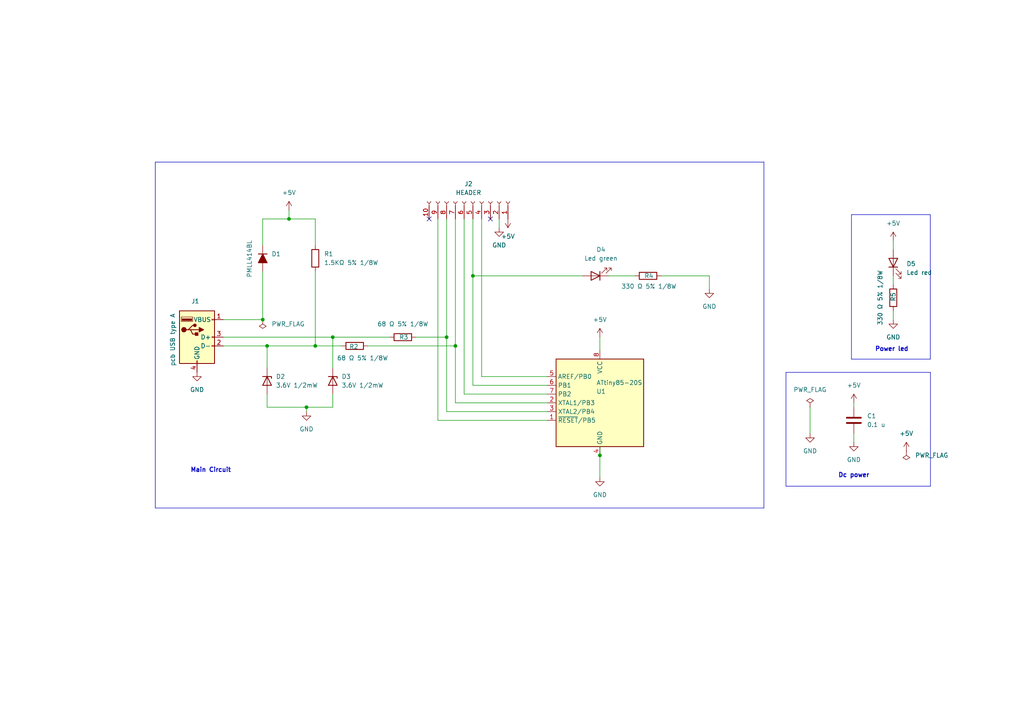
<source format=kicad_sch>
(kicad_sch
	(version 20231120)
	(generator "eeschema")
	(generator_version "8.0")
	(uuid "f2c20679-f28d-47ad-9191-2bfbde129570")
	(paper "A4")
	(title_block
		(date "2024-03-18")
		(rev "version Test2024")
		(company "UCC")
		(comment 1 "proyectoBase2024")
	)
	(lib_symbols
		(symbol "+5V_1"
			(power)
			(pin_names
				(offset 0)
			)
			(exclude_from_sim no)
			(in_bom yes)
			(on_board yes)
			(property "Reference" "#PWR"
				(at 0 -3.81 0)
				(effects
					(font
						(size 1.27 1.27)
					)
					(hide yes)
				)
			)
			(property "Value" "+5V_1"
				(at 0 3.556 0)
				(effects
					(font
						(size 1.27 1.27)
					)
				)
			)
			(property "Footprint" ""
				(at 0 0 0)
				(effects
					(font
						(size 1.27 1.27)
					)
					(hide yes)
				)
			)
			(property "Datasheet" ""
				(at 0 0 0)
				(effects
					(font
						(size 1.27 1.27)
					)
					(hide yes)
				)
			)
			(property "Description" "Power symbol creates a global label with name \"+5V\""
				(at 0 0 0)
				(effects
					(font
						(size 1.27 1.27)
					)
					(hide yes)
				)
			)
			(property "ki_keywords" "global power"
				(at 0 0 0)
				(effects
					(font
						(size 1.27 1.27)
					)
					(hide yes)
				)
			)
			(symbol "+5V_1_0_1"
				(polyline
					(pts
						(xy -0.762 1.27) (xy 0 2.54)
					)
					(stroke
						(width 0)
						(type default)
					)
					(fill
						(type none)
					)
				)
				(polyline
					(pts
						(xy 0 0) (xy 0 2.54)
					)
					(stroke
						(width 0)
						(type default)
					)
					(fill
						(type none)
					)
				)
				(polyline
					(pts
						(xy 0 2.54) (xy 0.762 1.27)
					)
					(stroke
						(width 0)
						(type default)
					)
					(fill
						(type none)
					)
				)
			)
			(symbol "+5V_1_1_1"
				(pin power_in line
					(at 0 0 90)
					(length 0) hide
					(name "+5V"
						(effects
							(font
								(size 1.27 1.27)
							)
						)
					)
					(number "1"
						(effects
							(font
								(size 1.27 1.27)
							)
						)
					)
				)
			)
		)
		(symbol "Connector:Conn_01x10_Socket"
			(pin_names
				(offset 1.016) hide)
			(exclude_from_sim no)
			(in_bom yes)
			(on_board yes)
			(property "Reference" "J"
				(at 0 12.7 0)
				(effects
					(font
						(size 1.27 1.27)
					)
				)
			)
			(property "Value" "Conn_01x10_Socket"
				(at 0 -15.24 0)
				(effects
					(font
						(size 1.27 1.27)
					)
				)
			)
			(property "Footprint" ""
				(at 0 0 0)
				(effects
					(font
						(size 1.27 1.27)
					)
					(hide yes)
				)
			)
			(property "Datasheet" "~"
				(at 0 0 0)
				(effects
					(font
						(size 1.27 1.27)
					)
					(hide yes)
				)
			)
			(property "Description" "Generic connector, single row, 01x10, script generated"
				(at 0 0 0)
				(effects
					(font
						(size 1.27 1.27)
					)
					(hide yes)
				)
			)
			(property "ki_locked" ""
				(at 0 0 0)
				(effects
					(font
						(size 1.27 1.27)
					)
				)
			)
			(property "ki_keywords" "connector"
				(at 0 0 0)
				(effects
					(font
						(size 1.27 1.27)
					)
					(hide yes)
				)
			)
			(property "ki_fp_filters" "Connector*:*_1x??_*"
				(at 0 0 0)
				(effects
					(font
						(size 1.27 1.27)
					)
					(hide yes)
				)
			)
			(symbol "Conn_01x10_Socket_1_1"
				(arc
					(start 0 -12.192)
					(mid -0.5058 -12.7)
					(end 0 -13.208)
					(stroke
						(width 0.1524)
						(type default)
					)
					(fill
						(type none)
					)
				)
				(arc
					(start 0 -9.652)
					(mid -0.5058 -10.16)
					(end 0 -10.668)
					(stroke
						(width 0.1524)
						(type default)
					)
					(fill
						(type none)
					)
				)
				(arc
					(start 0 -7.112)
					(mid -0.5058 -7.62)
					(end 0 -8.128)
					(stroke
						(width 0.1524)
						(type default)
					)
					(fill
						(type none)
					)
				)
				(arc
					(start 0 -4.572)
					(mid -0.5058 -5.08)
					(end 0 -5.588)
					(stroke
						(width 0.1524)
						(type default)
					)
					(fill
						(type none)
					)
				)
				(arc
					(start 0 -2.032)
					(mid -0.5058 -2.54)
					(end 0 -3.048)
					(stroke
						(width 0.1524)
						(type default)
					)
					(fill
						(type none)
					)
				)
				(polyline
					(pts
						(xy -1.27 -12.7) (xy -0.508 -12.7)
					)
					(stroke
						(width 0.1524)
						(type default)
					)
					(fill
						(type none)
					)
				)
				(polyline
					(pts
						(xy -1.27 -10.16) (xy -0.508 -10.16)
					)
					(stroke
						(width 0.1524)
						(type default)
					)
					(fill
						(type none)
					)
				)
				(polyline
					(pts
						(xy -1.27 -7.62) (xy -0.508 -7.62)
					)
					(stroke
						(width 0.1524)
						(type default)
					)
					(fill
						(type none)
					)
				)
				(polyline
					(pts
						(xy -1.27 -5.08) (xy -0.508 -5.08)
					)
					(stroke
						(width 0.1524)
						(type default)
					)
					(fill
						(type none)
					)
				)
				(polyline
					(pts
						(xy -1.27 -2.54) (xy -0.508 -2.54)
					)
					(stroke
						(width 0.1524)
						(type default)
					)
					(fill
						(type none)
					)
				)
				(polyline
					(pts
						(xy -1.27 0) (xy -0.508 0)
					)
					(stroke
						(width 0.1524)
						(type default)
					)
					(fill
						(type none)
					)
				)
				(polyline
					(pts
						(xy -1.27 2.54) (xy -0.508 2.54)
					)
					(stroke
						(width 0.1524)
						(type default)
					)
					(fill
						(type none)
					)
				)
				(polyline
					(pts
						(xy -1.27 5.08) (xy -0.508 5.08)
					)
					(stroke
						(width 0.1524)
						(type default)
					)
					(fill
						(type none)
					)
				)
				(polyline
					(pts
						(xy -1.27 7.62) (xy -0.508 7.62)
					)
					(stroke
						(width 0.1524)
						(type default)
					)
					(fill
						(type none)
					)
				)
				(polyline
					(pts
						(xy -1.27 10.16) (xy -0.508 10.16)
					)
					(stroke
						(width 0.1524)
						(type default)
					)
					(fill
						(type none)
					)
				)
				(arc
					(start 0 0.508)
					(mid -0.5058 0)
					(end 0 -0.508)
					(stroke
						(width 0.1524)
						(type default)
					)
					(fill
						(type none)
					)
				)
				(arc
					(start 0 3.048)
					(mid -0.5058 2.54)
					(end 0 2.032)
					(stroke
						(width 0.1524)
						(type default)
					)
					(fill
						(type none)
					)
				)
				(arc
					(start 0 5.588)
					(mid -0.5058 5.08)
					(end 0 4.572)
					(stroke
						(width 0.1524)
						(type default)
					)
					(fill
						(type none)
					)
				)
				(arc
					(start 0 8.128)
					(mid -0.5058 7.62)
					(end 0 7.112)
					(stroke
						(width 0.1524)
						(type default)
					)
					(fill
						(type none)
					)
				)
				(arc
					(start 0 10.668)
					(mid -0.5058 10.16)
					(end 0 9.652)
					(stroke
						(width 0.1524)
						(type default)
					)
					(fill
						(type none)
					)
				)
				(pin passive line
					(at -5.08 10.16 0)
					(length 3.81)
					(name "Pin_1"
						(effects
							(font
								(size 1.27 1.27)
							)
						)
					)
					(number "1"
						(effects
							(font
								(size 1.27 1.27)
							)
						)
					)
				)
				(pin passive line
					(at -5.08 -12.7 0)
					(length 3.81)
					(name "Pin_10"
						(effects
							(font
								(size 1.27 1.27)
							)
						)
					)
					(number "10"
						(effects
							(font
								(size 1.27 1.27)
							)
						)
					)
				)
				(pin passive line
					(at -5.08 7.62 0)
					(length 3.81)
					(name "Pin_2"
						(effects
							(font
								(size 1.27 1.27)
							)
						)
					)
					(number "2"
						(effects
							(font
								(size 1.27 1.27)
							)
						)
					)
				)
				(pin passive line
					(at -5.08 5.08 0)
					(length 3.81)
					(name "Pin_3"
						(effects
							(font
								(size 1.27 1.27)
							)
						)
					)
					(number "3"
						(effects
							(font
								(size 1.27 1.27)
							)
						)
					)
				)
				(pin passive line
					(at -5.08 2.54 0)
					(length 3.81)
					(name "Pin_4"
						(effects
							(font
								(size 1.27 1.27)
							)
						)
					)
					(number "4"
						(effects
							(font
								(size 1.27 1.27)
							)
						)
					)
				)
				(pin passive line
					(at -5.08 0 0)
					(length 3.81)
					(name "Pin_5"
						(effects
							(font
								(size 1.27 1.27)
							)
						)
					)
					(number "5"
						(effects
							(font
								(size 1.27 1.27)
							)
						)
					)
				)
				(pin passive line
					(at -5.08 -2.54 0)
					(length 3.81)
					(name "Pin_6"
						(effects
							(font
								(size 1.27 1.27)
							)
						)
					)
					(number "6"
						(effects
							(font
								(size 1.27 1.27)
							)
						)
					)
				)
				(pin passive line
					(at -5.08 -5.08 0)
					(length 3.81)
					(name "Pin_7"
						(effects
							(font
								(size 1.27 1.27)
							)
						)
					)
					(number "7"
						(effects
							(font
								(size 1.27 1.27)
							)
						)
					)
				)
				(pin passive line
					(at -5.08 -7.62 0)
					(length 3.81)
					(name "Pin_8"
						(effects
							(font
								(size 1.27 1.27)
							)
						)
					)
					(number "8"
						(effects
							(font
								(size 1.27 1.27)
							)
						)
					)
				)
				(pin passive line
					(at -5.08 -10.16 0)
					(length 3.81)
					(name "Pin_9"
						(effects
							(font
								(size 1.27 1.27)
							)
						)
					)
					(number "9"
						(effects
							(font
								(size 1.27 1.27)
							)
						)
					)
				)
			)
		)
		(symbol "Connector:USB_A"
			(pin_names
				(offset 1.016)
			)
			(exclude_from_sim no)
			(in_bom yes)
			(on_board yes)
			(property "Reference" "J2"
				(at 0 12.7 0)
				(effects
					(font
						(size 1.27 1.27)
					)
				)
			)
			(property "Value" "USB_A"
				(at 0 10.16 0)
				(effects
					(font
						(size 1.27 1.27)
					)
				)
			)
			(property "Footprint" ""
				(at 3.81 -1.27 0)
				(effects
					(font
						(size 1.27 1.27)
					)
					(hide yes)
				)
			)
			(property "Datasheet" " ~"
				(at 3.81 -1.27 0)
				(effects
					(font
						(size 1.27 1.27)
					)
					(hide yes)
				)
			)
			(property "Description" "USB Type A connector"
				(at 0 0 0)
				(effects
					(font
						(size 1.27 1.27)
					)
					(hide yes)
				)
			)
			(property "ki_keywords" "connector USB"
				(at 0 0 0)
				(effects
					(font
						(size 1.27 1.27)
					)
					(hide yes)
				)
			)
			(property "ki_fp_filters" "USB*"
				(at 0 0 0)
				(effects
					(font
						(size 1.27 1.27)
					)
					(hide yes)
				)
			)
			(symbol "USB_A_0_1"
				(rectangle
					(start -5.08 -7.62)
					(end 5.08 7.62)
					(stroke
						(width 0.254)
						(type default)
					)
					(fill
						(type background)
					)
				)
				(circle
					(center -3.81 2.159)
					(radius 0.635)
					(stroke
						(width 0.254)
						(type default)
					)
					(fill
						(type outline)
					)
				)
				(rectangle
					(start -1.524 4.826)
					(end -4.318 5.334)
					(stroke
						(width 0)
						(type default)
					)
					(fill
						(type outline)
					)
				)
				(rectangle
					(start -1.27 4.572)
					(end -4.572 5.842)
					(stroke
						(width 0)
						(type default)
					)
					(fill
						(type none)
					)
				)
				(circle
					(center -0.635 3.429)
					(radius 0.381)
					(stroke
						(width 0.254)
						(type default)
					)
					(fill
						(type outline)
					)
				)
				(rectangle
					(start -0.127 -7.62)
					(end 0.127 -6.858)
					(stroke
						(width 0)
						(type default)
					)
					(fill
						(type none)
					)
				)
				(polyline
					(pts
						(xy -3.175 2.159) (xy -2.54 2.159) (xy -1.27 3.429) (xy -0.635 3.429)
					)
					(stroke
						(width 0.254)
						(type default)
					)
					(fill
						(type none)
					)
				)
				(polyline
					(pts
						(xy -2.54 2.159) (xy -1.905 2.159) (xy -1.27 0.889) (xy 0 0.889)
					)
					(stroke
						(width 0.254)
						(type default)
					)
					(fill
						(type none)
					)
				)
				(polyline
					(pts
						(xy 0.635 2.794) (xy 0.635 1.524) (xy 1.905 2.159) (xy 0.635 2.794)
					)
					(stroke
						(width 0.254)
						(type default)
					)
					(fill
						(type outline)
					)
				)
				(rectangle
					(start 0.254 1.27)
					(end -0.508 0.508)
					(stroke
						(width 0.254)
						(type default)
					)
					(fill
						(type outline)
					)
				)
				(rectangle
					(start 5.08 -2.667)
					(end 4.318 -2.413)
					(stroke
						(width 0)
						(type default)
					)
					(fill
						(type none)
					)
				)
				(rectangle
					(start 5.08 -0.127)
					(end 4.318 0.127)
					(stroke
						(width 0)
						(type default)
					)
					(fill
						(type none)
					)
				)
				(rectangle
					(start 5.08 4.953)
					(end 4.318 5.207)
					(stroke
						(width 0)
						(type default)
					)
					(fill
						(type none)
					)
				)
			)
			(symbol "USB_A_1_1"
				(polyline
					(pts
						(xy -1.905 2.159) (xy 0.635 2.159)
					)
					(stroke
						(width 0.254)
						(type default)
					)
					(fill
						(type none)
					)
				)
				(pin power_in line
					(at 7.62 5.08 180)
					(length 2.54)
					(name "VBUS"
						(effects
							(font
								(size 1.27 1.27)
							)
						)
					)
					(number "1"
						(effects
							(font
								(size 1.27 1.27)
							)
						)
					)
				)
				(pin bidirectional line
					(at 7.62 -2.54 180)
					(length 2.54)
					(name "D-"
						(effects
							(font
								(size 1.27 1.27)
							)
						)
					)
					(number "2"
						(effects
							(font
								(size 1.27 1.27)
							)
						)
					)
				)
				(pin bidirectional line
					(at 7.62 0 180)
					(length 2.54)
					(name "D+"
						(effects
							(font
								(size 1.27 1.27)
							)
						)
					)
					(number "3"
						(effects
							(font
								(size 1.27 1.27)
							)
						)
					)
				)
				(pin power_in line
					(at 0 -10.16 90)
					(length 2.54)
					(name "GND"
						(effects
							(font
								(size 1.27 1.27)
							)
						)
					)
					(number "4"
						(effects
							(font
								(size 1.27 1.27)
							)
						)
					)
				)
			)
		)
		(symbol "D_Filled_1"
			(pin_numbers hide)
			(pin_names
				(offset 1.016) hide)
			(exclude_from_sim no)
			(in_bom yes)
			(on_board yes)
			(property "Reference" "D"
				(at 0 2.54 0)
				(effects
					(font
						(size 1.27 1.27)
					)
				)
			)
			(property "Value" "D_Filled"
				(at 0 -2.54 0)
				(effects
					(font
						(size 1.27 1.27)
					)
				)
			)
			(property "Footprint" ""
				(at 0 0 0)
				(effects
					(font
						(size 1.27 1.27)
					)
					(hide yes)
				)
			)
			(property "Datasheet" "~"
				(at 0 0 0)
				(effects
					(font
						(size 1.27 1.27)
					)
					(hide yes)
				)
			)
			(property "Description" "Diode, filled shape"
				(at 0 0 0)
				(effects
					(font
						(size 1.27 1.27)
					)
					(hide yes)
				)
			)
			(property "Sim.Device" "D"
				(at 0 0 0)
				(effects
					(font
						(size 1.27 1.27)
					)
					(hide yes)
				)
			)
			(property "Sim.Pins" "1=K 2=A"
				(at 0 0 0)
				(effects
					(font
						(size 1.27 1.27)
					)
					(hide yes)
				)
			)
			(property "ki_keywords" "diode"
				(at 0 0 0)
				(effects
					(font
						(size 1.27 1.27)
					)
					(hide yes)
				)
			)
			(property "ki_fp_filters" "TO-???* *_Diode_* *SingleDiode* D_*"
				(at 0 0 0)
				(effects
					(font
						(size 1.27 1.27)
					)
					(hide yes)
				)
			)
			(symbol "D_Filled_1_0_1"
				(polyline
					(pts
						(xy -1.27 1.27) (xy -1.27 -1.27)
					)
					(stroke
						(width 0.254)
						(type default)
					)
					(fill
						(type none)
					)
				)
				(polyline
					(pts
						(xy 1.27 0) (xy -1.27 0)
					)
					(stroke
						(width 0)
						(type default)
					)
					(fill
						(type none)
					)
				)
				(polyline
					(pts
						(xy 1.27 1.27) (xy 1.27 -1.27) (xy -1.27 0) (xy 1.27 1.27)
					)
					(stroke
						(width 0.254)
						(type default)
					)
					(fill
						(type outline)
					)
				)
			)
			(symbol "D_Filled_1_1_1"
				(pin passive line
					(at -3.81 0 0)
					(length 2.54)
					(name "K"
						(effects
							(font
								(size 1.27 1.27)
							)
						)
					)
					(number "1"
						(effects
							(font
								(size 1.27 1.27)
							)
						)
					)
				)
				(pin passive line
					(at 3.81 0 180)
					(length 2.54)
					(name "A"
						(effects
							(font
								(size 1.27 1.27)
							)
						)
					)
					(number "2"
						(effects
							(font
								(size 1.27 1.27)
							)
						)
					)
				)
			)
		)
		(symbol "Device:C"
			(pin_numbers hide)
			(pin_names
				(offset 0.254)
			)
			(exclude_from_sim no)
			(in_bom yes)
			(on_board yes)
			(property "Reference" "C"
				(at 0.635 2.54 0)
				(effects
					(font
						(size 1.27 1.27)
					)
					(justify left)
				)
			)
			(property "Value" "C"
				(at 0.635 -2.54 0)
				(effects
					(font
						(size 1.27 1.27)
					)
					(justify left)
				)
			)
			(property "Footprint" ""
				(at 0.9652 -3.81 0)
				(effects
					(font
						(size 1.27 1.27)
					)
					(hide yes)
				)
			)
			(property "Datasheet" "~"
				(at 0 0 0)
				(effects
					(font
						(size 1.27 1.27)
					)
					(hide yes)
				)
			)
			(property "Description" "Unpolarized capacitor"
				(at 0 0 0)
				(effects
					(font
						(size 1.27 1.27)
					)
					(hide yes)
				)
			)
			(property "ki_keywords" "cap capacitor"
				(at 0 0 0)
				(effects
					(font
						(size 1.27 1.27)
					)
					(hide yes)
				)
			)
			(property "ki_fp_filters" "C_*"
				(at 0 0 0)
				(effects
					(font
						(size 1.27 1.27)
					)
					(hide yes)
				)
			)
			(symbol "C_0_1"
				(polyline
					(pts
						(xy -2.032 -0.762) (xy 2.032 -0.762)
					)
					(stroke
						(width 0.508)
						(type default)
					)
					(fill
						(type none)
					)
				)
				(polyline
					(pts
						(xy -2.032 0.762) (xy 2.032 0.762)
					)
					(stroke
						(width 0.508)
						(type default)
					)
					(fill
						(type none)
					)
				)
			)
			(symbol "C_1_1"
				(pin passive line
					(at 0 3.81 270)
					(length 2.794)
					(name "~"
						(effects
							(font
								(size 1.27 1.27)
							)
						)
					)
					(number "1"
						(effects
							(font
								(size 1.27 1.27)
							)
						)
					)
				)
				(pin passive line
					(at 0 -3.81 90)
					(length 2.794)
					(name "~"
						(effects
							(font
								(size 1.27 1.27)
							)
						)
					)
					(number "2"
						(effects
							(font
								(size 1.27 1.27)
							)
						)
					)
				)
			)
		)
		(symbol "Device:D_Zener"
			(pin_numbers hide)
			(pin_names
				(offset 1.016) hide)
			(exclude_from_sim no)
			(in_bom yes)
			(on_board yes)
			(property "Reference" "D"
				(at 0 2.54 0)
				(effects
					(font
						(size 1.27 1.27)
					)
				)
			)
			(property "Value" "D_Zener"
				(at 0 -2.54 0)
				(effects
					(font
						(size 1.27 1.27)
					)
				)
			)
			(property "Footprint" ""
				(at 0 0 0)
				(effects
					(font
						(size 1.27 1.27)
					)
					(hide yes)
				)
			)
			(property "Datasheet" "~"
				(at 0 0 0)
				(effects
					(font
						(size 1.27 1.27)
					)
					(hide yes)
				)
			)
			(property "Description" "Zener diode"
				(at 0 0 0)
				(effects
					(font
						(size 1.27 1.27)
					)
					(hide yes)
				)
			)
			(property "ki_keywords" "diode"
				(at 0 0 0)
				(effects
					(font
						(size 1.27 1.27)
					)
					(hide yes)
				)
			)
			(property "ki_fp_filters" "TO-???* *_Diode_* *SingleDiode* D_*"
				(at 0 0 0)
				(effects
					(font
						(size 1.27 1.27)
					)
					(hide yes)
				)
			)
			(symbol "D_Zener_0_1"
				(polyline
					(pts
						(xy 1.27 0) (xy -1.27 0)
					)
					(stroke
						(width 0)
						(type default)
					)
					(fill
						(type none)
					)
				)
				(polyline
					(pts
						(xy -1.27 -1.27) (xy -1.27 1.27) (xy -0.762 1.27)
					)
					(stroke
						(width 0.254)
						(type default)
					)
					(fill
						(type none)
					)
				)
				(polyline
					(pts
						(xy 1.27 -1.27) (xy 1.27 1.27) (xy -1.27 0) (xy 1.27 -1.27)
					)
					(stroke
						(width 0.254)
						(type default)
					)
					(fill
						(type none)
					)
				)
			)
			(symbol "D_Zener_1_1"
				(pin passive line
					(at -3.81 0 0)
					(length 2.54)
					(name "K"
						(effects
							(font
								(size 1.27 1.27)
							)
						)
					)
					(number "1"
						(effects
							(font
								(size 1.27 1.27)
							)
						)
					)
				)
				(pin passive line
					(at 3.81 0 180)
					(length 2.54)
					(name "A"
						(effects
							(font
								(size 1.27 1.27)
							)
						)
					)
					(number "2"
						(effects
							(font
								(size 1.27 1.27)
							)
						)
					)
				)
			)
		)
		(symbol "Device:LED"
			(pin_numbers hide)
			(pin_names
				(offset 1.016) hide)
			(exclude_from_sim no)
			(in_bom yes)
			(on_board yes)
			(property "Reference" "D"
				(at 0 2.54 0)
				(effects
					(font
						(size 1.27 1.27)
					)
				)
			)
			(property "Value" "LED"
				(at 0 -2.54 0)
				(effects
					(font
						(size 1.27 1.27)
					)
				)
			)
			(property "Footprint" ""
				(at 0 0 0)
				(effects
					(font
						(size 1.27 1.27)
					)
					(hide yes)
				)
			)
			(property "Datasheet" "~"
				(at 0 0 0)
				(effects
					(font
						(size 1.27 1.27)
					)
					(hide yes)
				)
			)
			(property "Description" "Light emitting diode"
				(at 0 0 0)
				(effects
					(font
						(size 1.27 1.27)
					)
					(hide yes)
				)
			)
			(property "ki_keywords" "LED diode"
				(at 0 0 0)
				(effects
					(font
						(size 1.27 1.27)
					)
					(hide yes)
				)
			)
			(property "ki_fp_filters" "LED* LED_SMD:* LED_THT:*"
				(at 0 0 0)
				(effects
					(font
						(size 1.27 1.27)
					)
					(hide yes)
				)
			)
			(symbol "LED_0_1"
				(polyline
					(pts
						(xy -1.27 -1.27) (xy -1.27 1.27)
					)
					(stroke
						(width 0.254)
						(type default)
					)
					(fill
						(type none)
					)
				)
				(polyline
					(pts
						(xy -1.27 0) (xy 1.27 0)
					)
					(stroke
						(width 0)
						(type default)
					)
					(fill
						(type none)
					)
				)
				(polyline
					(pts
						(xy 1.27 -1.27) (xy 1.27 1.27) (xy -1.27 0) (xy 1.27 -1.27)
					)
					(stroke
						(width 0.254)
						(type default)
					)
					(fill
						(type none)
					)
				)
				(polyline
					(pts
						(xy -3.048 -0.762) (xy -4.572 -2.286) (xy -3.81 -2.286) (xy -4.572 -2.286) (xy -4.572 -1.524)
					)
					(stroke
						(width 0)
						(type default)
					)
					(fill
						(type none)
					)
				)
				(polyline
					(pts
						(xy -1.778 -0.762) (xy -3.302 -2.286) (xy -2.54 -2.286) (xy -3.302 -2.286) (xy -3.302 -1.524)
					)
					(stroke
						(width 0)
						(type default)
					)
					(fill
						(type none)
					)
				)
			)
			(symbol "LED_1_1"
				(pin passive line
					(at -3.81 0 0)
					(length 2.54)
					(name "K"
						(effects
							(font
								(size 1.27 1.27)
							)
						)
					)
					(number "1"
						(effects
							(font
								(size 1.27 1.27)
							)
						)
					)
				)
				(pin passive line
					(at 3.81 0 180)
					(length 2.54)
					(name "A"
						(effects
							(font
								(size 1.27 1.27)
							)
						)
					)
					(number "2"
						(effects
							(font
								(size 1.27 1.27)
							)
						)
					)
				)
			)
		)
		(symbol "Device:R"
			(pin_numbers hide)
			(pin_names
				(offset 0)
			)
			(exclude_from_sim no)
			(in_bom yes)
			(on_board yes)
			(property "Reference" "R"
				(at 2.032 0 90)
				(effects
					(font
						(size 1.27 1.27)
					)
				)
			)
			(property "Value" "R"
				(at 0 0 90)
				(effects
					(font
						(size 1.27 1.27)
					)
				)
			)
			(property "Footprint" ""
				(at -1.778 0 90)
				(effects
					(font
						(size 1.27 1.27)
					)
					(hide yes)
				)
			)
			(property "Datasheet" "~"
				(at 0 0 0)
				(effects
					(font
						(size 1.27 1.27)
					)
					(hide yes)
				)
			)
			(property "Description" "Resistor"
				(at 0 0 0)
				(effects
					(font
						(size 1.27 1.27)
					)
					(hide yes)
				)
			)
			(property "ki_keywords" "R res resistor"
				(at 0 0 0)
				(effects
					(font
						(size 1.27 1.27)
					)
					(hide yes)
				)
			)
			(property "ki_fp_filters" "R_*"
				(at 0 0 0)
				(effects
					(font
						(size 1.27 1.27)
					)
					(hide yes)
				)
			)
			(symbol "R_0_1"
				(rectangle
					(start -1.016 -2.54)
					(end 1.016 2.54)
					(stroke
						(width 0.254)
						(type default)
					)
					(fill
						(type none)
					)
				)
			)
			(symbol "R_1_1"
				(pin passive line
					(at 0 3.81 270)
					(length 1.27)
					(name "~"
						(effects
							(font
								(size 1.27 1.27)
							)
						)
					)
					(number "1"
						(effects
							(font
								(size 1.27 1.27)
							)
						)
					)
				)
				(pin passive line
					(at 0 -3.81 90)
					(length 1.27)
					(name "~"
						(effects
							(font
								(size 1.27 1.27)
							)
						)
					)
					(number "2"
						(effects
							(font
								(size 1.27 1.27)
							)
						)
					)
				)
			)
		)
		(symbol "GND_1"
			(power)
			(pin_names
				(offset 0)
			)
			(exclude_from_sim no)
			(in_bom yes)
			(on_board yes)
			(property "Reference" "#PWR"
				(at 0 -6.35 0)
				(effects
					(font
						(size 1.27 1.27)
					)
					(hide yes)
				)
			)
			(property "Value" "GND_1"
				(at 0 -3.81 0)
				(effects
					(font
						(size 1.27 1.27)
					)
				)
			)
			(property "Footprint" ""
				(at 0 0 0)
				(effects
					(font
						(size 1.27 1.27)
					)
					(hide yes)
				)
			)
			(property "Datasheet" ""
				(at 0 0 0)
				(effects
					(font
						(size 1.27 1.27)
					)
					(hide yes)
				)
			)
			(property "Description" "Power symbol creates a global label with name \"GND\" , ground"
				(at 0 0 0)
				(effects
					(font
						(size 1.27 1.27)
					)
					(hide yes)
				)
			)
			(property "ki_keywords" "global power"
				(at 0 0 0)
				(effects
					(font
						(size 1.27 1.27)
					)
					(hide yes)
				)
			)
			(symbol "GND_1_0_1"
				(polyline
					(pts
						(xy 0 0) (xy 0 -1.27) (xy 1.27 -1.27) (xy 0 -2.54) (xy -1.27 -1.27) (xy 0 -1.27)
					)
					(stroke
						(width 0)
						(type default)
					)
					(fill
						(type none)
					)
				)
			)
			(symbol "GND_1_1_1"
				(pin power_in line
					(at 0 0 270)
					(length 0) hide
					(name "GND"
						(effects
							(font
								(size 1.27 1.27)
							)
						)
					)
					(number "1"
						(effects
							(font
								(size 1.27 1.27)
							)
						)
					)
				)
			)
		)
		(symbol "MCU_Microchip_ATtiny:ATtiny85-20S"
			(exclude_from_sim no)
			(in_bom yes)
			(on_board yes)
			(property "Reference" "U"
				(at -12.7 13.97 0)
				(effects
					(font
						(size 1.27 1.27)
					)
					(justify left bottom)
				)
			)
			(property "Value" "ATtiny85-20S"
				(at 2.54 -13.97 0)
				(effects
					(font
						(size 1.27 1.27)
					)
					(justify left top)
				)
			)
			(property "Footprint" "Package_SO:SOIC-8W_5.3x5.3mm_P1.27mm"
				(at 0 0 0)
				(effects
					(font
						(size 1.27 1.27)
						(italic yes)
					)
					(hide yes)
				)
			)
			(property "Datasheet" "http://ww1.microchip.com/downloads/en/DeviceDoc/atmel-2586-avr-8-bit-microcontroller-attiny25-attiny45-attiny85_datasheet.pdf"
				(at 0 0 0)
				(effects
					(font
						(size 1.27 1.27)
					)
					(hide yes)
				)
			)
			(property "Description" "20MHz, 8kB Flash, 512B SRAM, 512B EEPROM, debugWIRE, SOIC-8W"
				(at 0 0 0)
				(effects
					(font
						(size 1.27 1.27)
					)
					(hide yes)
				)
			)
			(property "ki_keywords" "AVR 8bit Microcontroller tinyAVR"
				(at 0 0 0)
				(effects
					(font
						(size 1.27 1.27)
					)
					(hide yes)
				)
			)
			(property "ki_fp_filters" "SOIC*5.3x5.3mm*P1.27mm*"
				(at 0 0 0)
				(effects
					(font
						(size 1.27 1.27)
					)
					(hide yes)
				)
			)
			(symbol "ATtiny85-20S_0_1"
				(rectangle
					(start -12.7 -12.7)
					(end 12.7 12.7)
					(stroke
						(width 0.254)
						(type default)
					)
					(fill
						(type background)
					)
				)
			)
			(symbol "ATtiny85-20S_1_1"
				(pin bidirectional line
					(at 15.24 -5.08 180)
					(length 2.54)
					(name "~{RESET}/PB5"
						(effects
							(font
								(size 1.27 1.27)
							)
						)
					)
					(number "1"
						(effects
							(font
								(size 1.27 1.27)
							)
						)
					)
				)
				(pin bidirectional line
					(at 15.24 0 180)
					(length 2.54)
					(name "XTAL1/PB3"
						(effects
							(font
								(size 1.27 1.27)
							)
						)
					)
					(number "2"
						(effects
							(font
								(size 1.27 1.27)
							)
						)
					)
				)
				(pin bidirectional line
					(at 15.24 -2.54 180)
					(length 2.54)
					(name "XTAL2/PB4"
						(effects
							(font
								(size 1.27 1.27)
							)
						)
					)
					(number "3"
						(effects
							(font
								(size 1.27 1.27)
							)
						)
					)
				)
				(pin power_in line
					(at 0 -15.24 90)
					(length 2.54)
					(name "GND"
						(effects
							(font
								(size 1.27 1.27)
							)
						)
					)
					(number "4"
						(effects
							(font
								(size 1.27 1.27)
							)
						)
					)
				)
				(pin bidirectional line
					(at 15.24 7.62 180)
					(length 2.54)
					(name "AREF/PB0"
						(effects
							(font
								(size 1.27 1.27)
							)
						)
					)
					(number "5"
						(effects
							(font
								(size 1.27 1.27)
							)
						)
					)
				)
				(pin bidirectional line
					(at 15.24 5.08 180)
					(length 2.54)
					(name "PB1"
						(effects
							(font
								(size 1.27 1.27)
							)
						)
					)
					(number "6"
						(effects
							(font
								(size 1.27 1.27)
							)
						)
					)
				)
				(pin bidirectional line
					(at 15.24 2.54 180)
					(length 2.54)
					(name "PB2"
						(effects
							(font
								(size 1.27 1.27)
							)
						)
					)
					(number "7"
						(effects
							(font
								(size 1.27 1.27)
							)
						)
					)
				)
				(pin power_in line
					(at 0 15.24 270)
					(length 2.54)
					(name "VCC"
						(effects
							(font
								(size 1.27 1.27)
							)
						)
					)
					(number "8"
						(effects
							(font
								(size 1.27 1.27)
							)
						)
					)
				)
			)
		)
		(symbol "PWR_FLAG_1"
			(power)
			(pin_numbers hide)
			(pin_names
				(offset 0) hide)
			(exclude_from_sim no)
			(in_bom yes)
			(on_board yes)
			(property "Reference" "#FLG"
				(at 0 1.905 0)
				(effects
					(font
						(size 1.27 1.27)
					)
					(hide yes)
				)
			)
			(property "Value" "PWR_FLAG_1"
				(at 0 3.81 0)
				(effects
					(font
						(size 1.27 1.27)
					)
				)
			)
			(property "Footprint" ""
				(at 0 0 0)
				(effects
					(font
						(size 1.27 1.27)
					)
					(hide yes)
				)
			)
			(property "Datasheet" "~"
				(at 0 0 0)
				(effects
					(font
						(size 1.27 1.27)
					)
					(hide yes)
				)
			)
			(property "Description" "Special symbol for telling ERC where power comes from"
				(at 0 0 0)
				(effects
					(font
						(size 1.27 1.27)
					)
					(hide yes)
				)
			)
			(property "ki_keywords" "flag power"
				(at 0 0 0)
				(effects
					(font
						(size 1.27 1.27)
					)
					(hide yes)
				)
			)
			(symbol "PWR_FLAG_1_0_0"
				(pin power_out line
					(at 0 0 90)
					(length 0)
					(name "pwr"
						(effects
							(font
								(size 1.27 1.27)
							)
						)
					)
					(number "1"
						(effects
							(font
								(size 1.27 1.27)
							)
						)
					)
				)
			)
			(symbol "PWR_FLAG_1_0_1"
				(polyline
					(pts
						(xy 0 0) (xy 0 1.27) (xy -1.016 1.905) (xy 0 2.54) (xy 1.016 1.905) (xy 0 1.27)
					)
					(stroke
						(width 0)
						(type default)
					)
					(fill
						(type none)
					)
				)
			)
		)
		(symbol "R_1"
			(pin_numbers hide)
			(pin_names
				(offset 0)
			)
			(exclude_from_sim no)
			(in_bom yes)
			(on_board yes)
			(property "Reference" "R"
				(at 2.032 0 90)
				(effects
					(font
						(size 1.27 1.27)
					)
				)
			)
			(property "Value" "R"
				(at 0 0 90)
				(effects
					(font
						(size 1.27 1.27)
					)
				)
			)
			(property "Footprint" ""
				(at -1.778 0 90)
				(effects
					(font
						(size 1.27 1.27)
					)
					(hide yes)
				)
			)
			(property "Datasheet" "~"
				(at 0 0 0)
				(effects
					(font
						(size 1.27 1.27)
					)
					(hide yes)
				)
			)
			(property "Description" "Resistor"
				(at 0 0 0)
				(effects
					(font
						(size 1.27 1.27)
					)
					(hide yes)
				)
			)
			(property "ki_keywords" "R res resistor"
				(at 0 0 0)
				(effects
					(font
						(size 1.27 1.27)
					)
					(hide yes)
				)
			)
			(property "ki_fp_filters" "R_*"
				(at 0 0 0)
				(effects
					(font
						(size 1.27 1.27)
					)
					(hide yes)
				)
			)
			(symbol "R_1_0_1"
				(rectangle
					(start -1.016 -2.54)
					(end 1.016 2.54)
					(stroke
						(width 0.254)
						(type default)
					)
					(fill
						(type none)
					)
				)
			)
			(symbol "R_1_1_1"
				(pin passive line
					(at 0 3.81 270)
					(length 1.27)
					(name "~"
						(effects
							(font
								(size 1.27 1.27)
							)
						)
					)
					(number "1"
						(effects
							(font
								(size 1.27 1.27)
							)
						)
					)
				)
				(pin passive line
					(at 0 -3.81 90)
					(length 1.27)
					(name "~"
						(effects
							(font
								(size 1.27 1.27)
							)
						)
					)
					(number "2"
						(effects
							(font
								(size 1.27 1.27)
							)
						)
					)
				)
			)
		)
	)
	(junction
		(at 88.9 118.11)
		(diameter 0)
		(color 0 0 0 0)
		(uuid "1ff65c56-7f46-4870-b5d4-83b8bdadb8dc")
	)
	(junction
		(at 83.82 63.5)
		(diameter 0)
		(color 0 0 0 0)
		(uuid "45e23898-725d-4312-9589-842bbc39b85b")
	)
	(junction
		(at 132.08 100.33)
		(diameter 0)
		(color 0 0 0 0)
		(uuid "676849bd-caa6-4f60-a742-d2e9e3829d9c")
	)
	(junction
		(at 137.16 80.01)
		(diameter 0)
		(color 0 0 0 0)
		(uuid "6e6899a7-36be-4755-92e9-01727db988dd")
	)
	(junction
		(at 96.52 97.79)
		(diameter 0)
		(color 0 0 0 0)
		(uuid "8231e408-c71a-4315-838a-01a57daea0d2")
	)
	(junction
		(at 77.47 100.33)
		(diameter 0)
		(color 0 0 0 0)
		(uuid "84b7814c-3806-4ba4-88e6-fc38f2421301")
	)
	(junction
		(at 91.44 100.33)
		(diameter 0)
		(color 0 0 0 0)
		(uuid "8c339c29-0362-4df3-a076-736913906cfa")
	)
	(junction
		(at 76.2 92.71)
		(diameter 0)
		(color 0 0 0 0)
		(uuid "a8c9452e-00ea-4491-b09b-bd4254b07dea")
	)
	(junction
		(at 129.54 97.79)
		(diameter 0)
		(color 0 0 0 0)
		(uuid "e46a5a72-9e12-4cc8-ac65-b1d45f69f842")
	)
	(junction
		(at 173.99 132.08)
		(diameter 0)
		(color 0 0 0 0)
		(uuid "f8e94fd0-b999-41b9-9d8d-5047b1081217")
	)
	(no_connect
		(at 124.46 63.5)
		(uuid "474c93a0-9083-4a25-a7fe-e272e16f65d1")
	)
	(no_connect
		(at 142.24 63.5)
		(uuid "f44735f6-145c-4bdd-b983-f357d5b322e4")
	)
	(wire
		(pts
			(xy 205.74 80.01) (xy 205.74 83.82)
		)
		(stroke
			(width 0)
			(type default)
		)
		(uuid "0236002b-b442-47e4-8ce7-97fb4fc1b7b1")
	)
	(wire
		(pts
			(xy 64.77 100.33) (xy 77.47 100.33)
		)
		(stroke
			(width 0)
			(type default)
		)
		(uuid "032fcf37-89b2-4607-9074-f8370ee1fcba")
	)
	(wire
		(pts
			(xy 127 63.5) (xy 127 121.92)
		)
		(stroke
			(width 0)
			(type default)
		)
		(uuid "07e59c13-3a3c-442c-aa8a-b32d69adbc42")
	)
	(wire
		(pts
			(xy 77.47 114.3) (xy 77.47 118.11)
		)
		(stroke
			(width 0)
			(type default)
		)
		(uuid "0a9a5652-7a82-44df-a212-34dabe529703")
	)
	(wire
		(pts
			(xy 96.52 97.79) (xy 96.52 106.68)
		)
		(stroke
			(width 0)
			(type default)
		)
		(uuid "0d7e97be-d6b0-400e-938d-49db8b7b7f06")
	)
	(wire
		(pts
			(xy 137.16 80.01) (xy 168.91 80.01)
		)
		(stroke
			(width 0)
			(type default)
		)
		(uuid "10fac401-2991-4945-9bd2-0eb1b44a990e")
	)
	(wire
		(pts
			(xy 259.08 90.17) (xy 259.08 92.71)
		)
		(stroke
			(width 0)
			(type default)
		)
		(uuid "1154be92-dc6b-425d-b3d5-ed3c4f97c740")
	)
	(wire
		(pts
			(xy 134.62 114.3) (xy 158.75 114.3)
		)
		(stroke
			(width 0)
			(type default)
		)
		(uuid "11748448-154b-456d-8249-85bb6e078462")
	)
	(wire
		(pts
			(xy 139.7 63.5) (xy 139.7 109.22)
		)
		(stroke
			(width 0)
			(type default)
		)
		(uuid "11b2c1c6-b548-4da0-8d6d-c0e15874bede")
	)
	(polyline
		(pts
			(xy 45.0342 147.3454) (xy 45.0342 47.0154)
		)
		(stroke
			(width 0)
			(type default)
		)
		(uuid "12c67071-fe67-4f47-a0ca-3ef1ab2bc966")
	)
	(wire
		(pts
			(xy 176.53 80.01) (xy 184.15 80.01)
		)
		(stroke
			(width 0)
			(type default)
		)
		(uuid "1d17f123-d1c6-47c5-8957-1fdb393ddeb6")
	)
	(wire
		(pts
			(xy 120.65 97.79) (xy 129.54 97.79)
		)
		(stroke
			(width 0)
			(type default)
		)
		(uuid "1d6fd1eb-18a8-45d1-9410-205c085316ab")
	)
	(polyline
		(pts
			(xy 221.5642 47.0154) (xy 221.5642 147.3454)
		)
		(stroke
			(width 0)
			(type default)
		)
		(uuid "1f5f82f7-3c3e-40e2-9a00-ce83a042d5ac")
	)
	(wire
		(pts
			(xy 132.08 63.5) (xy 132.08 100.33)
		)
		(stroke
			(width 0)
			(type default)
		)
		(uuid "20f52d1d-e3bc-4342-a6fa-9c5c919c93b3")
	)
	(wire
		(pts
			(xy 77.47 106.68) (xy 77.47 100.33)
		)
		(stroke
			(width 0)
			(type default)
		)
		(uuid "21c7f979-d952-478d-8267-5896e0910960")
	)
	(wire
		(pts
			(xy 64.77 97.79) (xy 96.52 97.79)
		)
		(stroke
			(width 0)
			(type default)
		)
		(uuid "27c98a8e-067b-4ffa-9495-e9dfcec77d73")
	)
	(wire
		(pts
			(xy 173.99 132.08) (xy 173.99 138.43)
		)
		(stroke
			(width 0)
			(type default)
		)
		(uuid "2e8d85a5-d587-4fd0-8c81-bc02018dd830")
	)
	(wire
		(pts
			(xy 129.54 119.38) (xy 158.75 119.38)
		)
		(stroke
			(width 0)
			(type default)
		)
		(uuid "3f0e9097-b676-4f69-9a45-41cf8ab9516e")
	)
	(wire
		(pts
			(xy 83.82 60.96) (xy 83.82 63.5)
		)
		(stroke
			(width 0)
			(type default)
		)
		(uuid "410248ad-2904-4812-8d85-850535af93ee")
	)
	(wire
		(pts
			(xy 144.78 66.04) (xy 144.78 63.5)
		)
		(stroke
			(width 0)
			(type default)
		)
		(uuid "42036ff7-eb00-467c-9493-c41d7b548122")
	)
	(wire
		(pts
			(xy 77.47 118.11) (xy 88.9 118.11)
		)
		(stroke
			(width 0)
			(type default)
		)
		(uuid "42a722c8-3738-4f1e-9787-dba9631b2742")
	)
	(wire
		(pts
			(xy 76.2 63.5) (xy 76.2 71.12)
		)
		(stroke
			(width 0)
			(type default)
		)
		(uuid "4c2df597-1210-449c-9045-650fb6953e19")
	)
	(polyline
		(pts
			(xy 269.8242 62.2554) (xy 269.8242 104.1654)
		)
		(stroke
			(width 0)
			(type default)
		)
		(uuid "4eb3e81b-c3fe-4e85-853e-9ce32520e02d")
	)
	(wire
		(pts
			(xy 132.08 116.84) (xy 158.75 116.84)
		)
		(stroke
			(width 0)
			(type default)
		)
		(uuid "529c3522-52b4-474d-b33e-4cfb45813082")
	)
	(wire
		(pts
			(xy 137.16 111.76) (xy 158.75 111.76)
		)
		(stroke
			(width 0)
			(type default)
		)
		(uuid "52f7fcbd-9cc3-48a0-b43c-ce91c835091b")
	)
	(wire
		(pts
			(xy 91.44 100.33) (xy 99.06 100.33)
		)
		(stroke
			(width 0)
			(type default)
		)
		(uuid "5962a4f7-fc1e-4aff-b1b1-53211cd6f083")
	)
	(polyline
		(pts
			(xy 227.965 108.0008) (xy 269.875 108.0008)
		)
		(stroke
			(width 0)
			(type default)
		)
		(uuid "654c2277-b153-442b-b460-0cc1001e1bfe")
	)
	(wire
		(pts
			(xy 259.08 69.85) (xy 259.08 72.39)
		)
		(stroke
			(width 0)
			(type default)
		)
		(uuid "65a640b9-07d9-4d7e-b6d9-d8863d520d61")
	)
	(wire
		(pts
			(xy 91.44 71.12) (xy 91.44 63.5)
		)
		(stroke
			(width 0)
			(type default)
		)
		(uuid "665d1084-3d66-40eb-90e9-0b52b7697f60")
	)
	(wire
		(pts
			(xy 173.99 129.54) (xy 173.99 132.08)
		)
		(stroke
			(width 0)
			(type default)
		)
		(uuid "66d94dc0-63be-4083-a527-f4375400a1bf")
	)
	(wire
		(pts
			(xy 88.9 119.38) (xy 88.9 118.11)
		)
		(stroke
			(width 0)
			(type default)
		)
		(uuid "6fac15c8-ef35-4428-aad9-8884df2f2654")
	)
	(polyline
		(pts
			(xy 269.8242 104.1654) (xy 246.9642 104.1654)
		)
		(stroke
			(width 0)
			(type default)
		)
		(uuid "73b21d52-5af1-4324-ac82-7fc4e93bc07a")
	)
	(polyline
		(pts
			(xy 227.965 141.0208) (xy 227.965 108.0008)
		)
		(stroke
			(width 0)
			(type default)
		)
		(uuid "7b5ddeea-8245-4000-8222-3f545ae9a1f4")
	)
	(polyline
		(pts
			(xy 221.5642 147.3454) (xy 45.0342 147.3454)
		)
		(stroke
			(width 0)
			(type default)
		)
		(uuid "7ebb2a4f-8cb5-40c6-9206-e43704b68921")
	)
	(wire
		(pts
			(xy 106.68 100.33) (xy 132.08 100.33)
		)
		(stroke
			(width 0)
			(type default)
		)
		(uuid "806ab705-6214-47ac-851c-b17c67239830")
	)
	(wire
		(pts
			(xy 132.08 100.33) (xy 132.08 116.84)
		)
		(stroke
			(width 0)
			(type default)
		)
		(uuid "848e03fb-f89b-48a4-b11b-964880db29c9")
	)
	(wire
		(pts
			(xy 91.44 63.5) (xy 83.82 63.5)
		)
		(stroke
			(width 0)
			(type default)
		)
		(uuid "8de918df-97f3-401f-978b-270bad6ea405")
	)
	(wire
		(pts
			(xy 247.65 116.84) (xy 247.65 118.11)
		)
		(stroke
			(width 0)
			(type default)
		)
		(uuid "931ec864-f397-4054-9d28-1cc84717fe8f")
	)
	(wire
		(pts
			(xy 91.44 78.74) (xy 91.44 100.33)
		)
		(stroke
			(width 0)
			(type default)
		)
		(uuid "9659ea44-03a4-463e-bb6d-0a47d6254a9f")
	)
	(wire
		(pts
			(xy 127 121.92) (xy 158.75 121.92)
		)
		(stroke
			(width 0)
			(type default)
		)
		(uuid "9d431ff1-1ea7-4a33-bb25-db3e20e57242")
	)
	(wire
		(pts
			(xy 76.2 78.74) (xy 76.2 92.71)
		)
		(stroke
			(width 0)
			(type default)
		)
		(uuid "aa04e630-75d0-4eb9-ac8f-596f96f71c46")
	)
	(wire
		(pts
			(xy 129.54 97.79) (xy 129.54 119.38)
		)
		(stroke
			(width 0)
			(type default)
		)
		(uuid "aa56306c-87c1-4210-8d3a-03103a052538")
	)
	(wire
		(pts
			(xy 64.77 92.71) (xy 76.2 92.71)
		)
		(stroke
			(width 0)
			(type default)
		)
		(uuid "aedd9423-de12-4f58-bf7f-0e3d48c43ea7")
	)
	(wire
		(pts
			(xy 83.82 63.5) (xy 76.2 63.5)
		)
		(stroke
			(width 0)
			(type default)
		)
		(uuid "b11c46b5-30da-4c8b-87c3-78881e57a632")
	)
	(wire
		(pts
			(xy 139.7 109.22) (xy 158.75 109.22)
		)
		(stroke
			(width 0)
			(type default)
		)
		(uuid "b62c1097-2f36-4b34-ab3f-344e7c3347ee")
	)
	(wire
		(pts
			(xy 96.52 97.79) (xy 113.03 97.79)
		)
		(stroke
			(width 0)
			(type default)
		)
		(uuid "bd45755a-f24d-4dde-addc-b08059eadad2")
	)
	(polyline
		(pts
			(xy 246.9642 104.1654) (xy 246.9642 62.2554)
		)
		(stroke
			(width 0)
			(type default)
		)
		(uuid "c289a2e8-800f-459f-8e02-e4181254dd67")
	)
	(polyline
		(pts
			(xy 246.9642 62.2554) (xy 269.8242 62.2554)
		)
		(stroke
			(width 0)
			(type default)
		)
		(uuid "c5196035-626d-4878-af78-a964605d27be")
	)
	(wire
		(pts
			(xy 77.47 100.33) (xy 91.44 100.33)
		)
		(stroke
			(width 0)
			(type default)
		)
		(uuid "d048a3f8-6c1a-4505-86cb-4159f2bc7756")
	)
	(wire
		(pts
			(xy 96.52 118.11) (xy 96.52 114.3)
		)
		(stroke
			(width 0)
			(type default)
		)
		(uuid "d18c72fa-11a5-42d4-922d-571e3af6ffb6")
	)
	(wire
		(pts
			(xy 234.95 118.11) (xy 234.95 125.73)
		)
		(stroke
			(width 0)
			(type default)
		)
		(uuid "d47bf432-b0dd-4757-92d6-9ea542af7b06")
	)
	(wire
		(pts
			(xy 259.08 80.01) (xy 259.08 82.55)
		)
		(stroke
			(width 0)
			(type default)
		)
		(uuid "da6fd44e-4ea4-47af-85ad-412ed51cb219")
	)
	(wire
		(pts
			(xy 88.9 118.11) (xy 96.52 118.11)
		)
		(stroke
			(width 0)
			(type default)
		)
		(uuid "dbe61602-ba2c-4c67-b626-6e873c0364f6")
	)
	(wire
		(pts
			(xy 134.62 63.5) (xy 134.62 114.3)
		)
		(stroke
			(width 0)
			(type default)
		)
		(uuid "dc2def08-ef9c-4c50-acfb-7b812379eb6c")
	)
	(wire
		(pts
			(xy 191.77 80.01) (xy 205.74 80.01)
		)
		(stroke
			(width 0)
			(type default)
		)
		(uuid "dc6350f7-6e2d-4daf-ab36-79d79493da99")
	)
	(wire
		(pts
			(xy 129.54 63.5) (xy 129.54 97.79)
		)
		(stroke
			(width 0)
			(type default)
		)
		(uuid "e4e3124a-2cac-43ff-b152-cfe88389cda7")
	)
	(wire
		(pts
			(xy 137.16 80.01) (xy 137.16 111.76)
		)
		(stroke
			(width 0)
			(type default)
		)
		(uuid "e5bcd873-6857-4e95-afe8-97dd69347a90")
	)
	(polyline
		(pts
			(xy 269.875 108.0008) (xy 269.875 141.0208)
		)
		(stroke
			(width 0)
			(type default)
		)
		(uuid "eaa8bceb-f274-422b-90fd-fe4877b72009")
	)
	(polyline
		(pts
			(xy 45.0342 47.0154) (xy 221.5642 47.0154)
		)
		(stroke
			(width 0)
			(type default)
		)
		(uuid "ed367599-b43c-449a-9a14-78d4b79558be")
	)
	(wire
		(pts
			(xy 247.65 128.27) (xy 247.65 125.73)
		)
		(stroke
			(width 0)
			(type default)
		)
		(uuid "ed4c5dcd-c82a-4498-9b00-48ea234b54c6")
	)
	(polyline
		(pts
			(xy 269.875 141.0208) (xy 227.965 141.0208)
		)
		(stroke
			(width 0)
			(type default)
		)
		(uuid "f518fdf6-0ceb-48a0-bbc6-ad5fd27a602e")
	)
	(wire
		(pts
			(xy 137.16 63.5) (xy 137.16 80.01)
		)
		(stroke
			(width 0)
			(type default)
		)
		(uuid "f5455afd-541c-4b7c-8ee2-621cb446eeb7")
	)
	(wire
		(pts
			(xy 173.99 97.79) (xy 173.99 101.6)
		)
		(stroke
			(width 0)
			(type default)
		)
		(uuid "fc752a60-b14e-4794-bae5-94034923bf16")
	)
	(text "Dc power"
		(exclude_from_sim no)
		(at 243.078 138.684 0)
		(effects
			(font
				(size 1.27 1.27)
				(thickness 0.254)
				(bold yes)
			)
			(justify left bottom)
		)
		(uuid "19849f9d-0907-4986-b648-63648135cc5d")
	)
	(text "Power led"
		(exclude_from_sim no)
		(at 253.746 102.108 0)
		(effects
			(font
				(size 1.27 1.27)
				(thickness 0.254)
				(bold yes)
			)
			(justify left bottom)
		)
		(uuid "39624516-087d-420d-af91-b82f8728ad2a")
	)
	(text "Main Circuit"
		(exclude_from_sim no)
		(at 55.1942 137.1854 0)
		(effects
			(font
				(size 1.27 1.27)
				(thickness 0.254)
				(bold yes)
			)
			(justify left bottom)
		)
		(uuid "39ea4496-1b44-485f-ab4a-73accbcc9f99")
	)
	(symbol
		(lib_id "Device:LED")
		(at 259.08 76.2 90)
		(unit 1)
		(exclude_from_sim no)
		(in_bom yes)
		(on_board yes)
		(dnp no)
		(fields_autoplaced yes)
		(uuid "10997108-4d28-41d5-89fd-26fd3e77510d")
		(property "Reference" "D5"
			(at 262.89 76.5174 90)
			(effects
				(font
					(size 1.27 1.27)
				)
				(justify right)
			)
		)
		(property "Value" "Led red"
			(at 262.89 79.0574 90)
			(effects
				(font
					(size 1.27 1.27)
				)
				(justify right)
			)
		)
		(property "Footprint" "ledSmd:ledSMD"
			(at 259.08 76.2 0)
			(effects
				(font
					(size 1.27 1.27)
				)
				(hide yes)
			)
		)
		(property "Datasheet" "~"
			(at 259.08 76.2 0)
			(effects
				(font
					(size 1.27 1.27)
				)
				(hide yes)
			)
		)
		(property "Description" ""
			(at 259.08 76.2 0)
			(effects
				(font
					(size 1.27 1.27)
				)
				(hide yes)
			)
		)
		(pin "1"
			(uuid "5fdbb483-66f9-4384-8395-149ad1d2495b")
		)
		(pin "2"
			(uuid "d69da8c4-b4ec-4af5-a00c-745dacc97d94")
		)
		(instances
			(project "UccMicroDuino"
				(path "/f2c20679-f28d-47ad-9191-2bfbde129570"
					(reference "D5")
					(unit 1)
				)
			)
		)
	)
	(symbol
		(lib_name "GND_1")
		(lib_id "power:GND")
		(at 234.95 125.73 0)
		(unit 1)
		(exclude_from_sim no)
		(in_bom yes)
		(on_board yes)
		(dnp no)
		(fields_autoplaced yes)
		(uuid "14927ab8-8df7-4f43-84c9-2fe94a7dcdf2")
		(property "Reference" "#PWR011"
			(at 234.95 132.08 0)
			(effects
				(font
					(size 1.27 1.27)
				)
				(hide yes)
			)
		)
		(property "Value" "GND"
			(at 234.95 130.81 0)
			(effects
				(font
					(size 1.27 1.27)
				)
			)
		)
		(property "Footprint" ""
			(at 234.95 125.73 0)
			(effects
				(font
					(size 1.27 1.27)
				)
				(hide yes)
			)
		)
		(property "Datasheet" ""
			(at 234.95 125.73 0)
			(effects
				(font
					(size 1.27 1.27)
				)
				(hide yes)
			)
		)
		(property "Description" ""
			(at 234.95 125.73 0)
			(effects
				(font
					(size 1.27 1.27)
				)
				(hide yes)
			)
		)
		(pin "1"
			(uuid "fbbb7ae5-46f9-450f-828b-e323f4f5c1fa")
		)
		(instances
			(project "UccMicroDuino"
				(path "/f2c20679-f28d-47ad-9191-2bfbde129570"
					(reference "#PWR011")
					(unit 1)
				)
			)
		)
	)
	(symbol
		(lib_id "Device:R")
		(at 91.44 74.93 0)
		(unit 1)
		(exclude_from_sim no)
		(in_bom yes)
		(on_board yes)
		(dnp no)
		(fields_autoplaced yes)
		(uuid "1ad09e81-a9e6-4168-ab8f-f6dc88a2ffca")
		(property "Reference" "R1"
			(at 93.98 73.6599 0)
			(effects
				(font
					(size 1.27 1.27)
				)
				(justify left)
			)
		)
		(property "Value" "1.5KΩ 5% 1/8W"
			(at 93.98 76.1999 0)
			(effects
				(font
					(size 1.27 1.27)
				)
				(justify left)
			)
		)
		(property "Footprint" "Resistor_SMD:R_0805_2012Metric_Pad1.20x1.40mm_HandSolder"
			(at 89.662 74.93 90)
			(effects
				(font
					(size 1.27 1.27)
				)
				(hide yes)
			)
		)
		(property "Datasheet" "~"
			(at 91.44 74.93 0)
			(effects
				(font
					(size 1.27 1.27)
				)
				(hide yes)
			)
		)
		(property "Description" ""
			(at 91.44 74.93 0)
			(effects
				(font
					(size 1.27 1.27)
				)
				(hide yes)
			)
		)
		(pin "1"
			(uuid "4e7abc82-5fea-48c4-8ea1-9a8328442143")
		)
		(pin "2"
			(uuid "3db91e4f-0f11-4f40-b079-d1b1281a631f")
		)
		(instances
			(project "Clase 1"
				(path "/e763c805-2d98-46c7-a7c5-10a127323b27"
					(reference "R1")
					(unit 1)
				)
			)
			(project "UccMicroDuino"
				(path "/f2c20679-f28d-47ad-9191-2bfbde129570"
					(reference "R1")
					(unit 1)
				)
			)
		)
	)
	(symbol
		(lib_id "Device:D_Zener")
		(at 77.47 110.49 270)
		(unit 1)
		(exclude_from_sim no)
		(in_bom yes)
		(on_board yes)
		(dnp no)
		(fields_autoplaced yes)
		(uuid "25411291-d1c6-47f7-b371-c9e89490bee3")
		(property "Reference" "D1"
			(at 80.01 109.2199 90)
			(effects
				(font
					(size 1.27 1.27)
				)
				(justify left)
			)
		)
		(property "Value" "3.6V 1/2mW"
			(at 80.01 111.7599 90)
			(effects
				(font
					(size 1.27 1.27)
				)
				(justify left)
			)
		)
		(property "Footprint" "Diode_SMD:D_SOD-123"
			(at 77.47 110.49 0)
			(effects
				(font
					(size 1.27 1.27)
				)
				(hide yes)
			)
		)
		(property "Datasheet" "~"
			(at 77.47 110.49 0)
			(effects
				(font
					(size 1.27 1.27)
				)
				(hide yes)
			)
		)
		(property "Description" ""
			(at 77.47 110.49 0)
			(effects
				(font
					(size 1.27 1.27)
				)
				(hide yes)
			)
		)
		(pin "1"
			(uuid "c2a5c4c6-90e3-41f9-bb4f-be5a750c86cd")
		)
		(pin "2"
			(uuid "82b98da4-5a87-49ee-9494-960aaf8dd2a7")
		)
		(instances
			(project "Clase 1"
				(path "/e763c805-2d98-46c7-a7c5-10a127323b27"
					(reference "D1")
					(unit 1)
				)
			)
			(project "UccMicroDuino"
				(path "/f2c20679-f28d-47ad-9191-2bfbde129570"
					(reference "D2")
					(unit 1)
				)
			)
		)
	)
	(symbol
		(lib_name "R_1")
		(lib_id "Device:R")
		(at 102.87 100.33 90)
		(unit 1)
		(exclude_from_sim no)
		(in_bom yes)
		(on_board yes)
		(dnp no)
		(uuid "31fed2ed-3cda-4906-8d4c-ea9e76c72191")
		(property "Reference" "R2"
			(at 102.616 99.822 90)
			(effects
				(font
					(size 1.27 1.27)
				)
				(justify bottom)
			)
		)
		(property "Value" "68 Ω 5% 1/8W"
			(at 105.156 103.124 90)
			(effects
				(font
					(size 1.27 1.27)
				)
				(justify bottom)
			)
		)
		(property "Footprint" ""
			(at 102.87 102.108 90)
			(effects
				(font
					(size 1.27 1.27)
				)
				(hide yes)
			)
		)
		(property "Datasheet" "~"
			(at 102.87 100.33 0)
			(effects
				(font
					(size 1.27 1.27)
				)
				(hide yes)
			)
		)
		(property "Description" "Resistor"
			(at 102.87 100.33 0)
			(effects
				(font
					(size 1.27 1.27)
				)
				(hide yes)
			)
		)
		(pin "2"
			(uuid "78f8568c-5ee0-4d9c-b8c2-7bc76999305b")
		)
		(pin "1"
			(uuid "75713a0c-4e0e-4dc0-88f7-835f6fdc33a4")
		)
		(instances
			(project "UccMicroDuino"
				(path "/f2c20679-f28d-47ad-9191-2bfbde129570"
					(reference "R2")
					(unit 1)
				)
			)
		)
	)
	(symbol
		(lib_id "MCU_Microchip_ATtiny:ATtiny85-20S")
		(at 173.99 116.84 0)
		(mirror y)
		(unit 1)
		(exclude_from_sim no)
		(in_bom yes)
		(on_board yes)
		(dnp no)
		(uuid "333f0dac-2da2-4252-b55d-20da165172bb")
		(property "Reference" "U2"
			(at 172.974 113.538 0)
			(effects
				(font
					(size 1.27 1.27)
				)
				(justify right)
			)
		)
		(property "Value" "ATtiny85-20S"
			(at 172.974 110.998 0)
			(effects
				(font
					(size 1.27 1.27)
				)
				(justify right)
			)
		)
		(property "Footprint" "Package_SO:SOIC-8W_5.3x5.3mm_P1.27mm"
			(at 173.99 116.84 0)
			(effects
				(font
					(size 1.27 1.27)
					(italic yes)
				)
				(hide yes)
			)
		)
		(property "Datasheet" "http://ww1.microchip.com/downloads/en/DeviceDoc/atmel-2586-avr-8-bit-microcontroller-attiny25-attiny45-attiny85_datasheet.pdf"
			(at 173.99 116.84 0)
			(effects
				(font
					(size 1.27 1.27)
				)
				(hide yes)
			)
		)
		(property "Description" ""
			(at 173.99 116.84 0)
			(effects
				(font
					(size 1.27 1.27)
				)
				(hide yes)
			)
		)
		(pin "1"
			(uuid "f2c6d99f-a285-4a32-9cf2-5bf45904140f")
		)
		(pin "2"
			(uuid "b9f90a70-edd7-4fde-a922-a51230db7c64")
		)
		(pin "3"
			(uuid "54d1a8d6-83c8-4e70-8a22-6566cdd95966")
		)
		(pin "4"
			(uuid "5f554262-1a2a-4923-a8d6-fc00c2151943")
		)
		(pin "5"
			(uuid "ef4cd162-704a-4bac-864e-d0916bfe95c8")
		)
		(pin "6"
			(uuid "e0e0d17a-c138-4d68-a5f5-9153c0e1693f")
		)
		(pin "7"
			(uuid "9186f3a7-8d84-48cb-88f1-ea069232b715")
		)
		(pin "8"
			(uuid "3b673756-5089-4995-a6dc-25a2b5f6e068")
		)
		(instances
			(project "Clase 1"
				(path "/e763c805-2d98-46c7-a7c5-10a127323b27"
					(reference "U2")
					(unit 1)
				)
			)
			(project "UccMicroDuino"
				(path "/f2c20679-f28d-47ad-9191-2bfbde129570"
					(reference "U1")
					(unit 1)
				)
			)
		)
	)
	(symbol
		(lib_name "+5V_1")
		(lib_id "power:+5V")
		(at 173.99 97.79 0)
		(unit 1)
		(exclude_from_sim no)
		(in_bom yes)
		(on_board yes)
		(dnp no)
		(fields_autoplaced yes)
		(uuid "3a83d8dd-6a47-465f-846b-29306e504701")
		(property "Reference" "#PWR09"
			(at 173.99 101.6 0)
			(effects
				(font
					(size 1.27 1.27)
				)
				(hide yes)
			)
		)
		(property "Value" "+5V"
			(at 173.99 92.71 0)
			(effects
				(font
					(size 1.27 1.27)
				)
			)
		)
		(property "Footprint" ""
			(at 173.99 97.79 0)
			(effects
				(font
					(size 1.27 1.27)
				)
				(hide yes)
			)
		)
		(property "Datasheet" ""
			(at 173.99 97.79 0)
			(effects
				(font
					(size 1.27 1.27)
				)
				(hide yes)
			)
		)
		(property "Description" ""
			(at 173.99 97.79 0)
			(effects
				(font
					(size 1.27 1.27)
				)
				(hide yes)
			)
		)
		(pin "1"
			(uuid "d32a6f43-cb63-4bbe-907e-c2387e3174f8")
		)
		(instances
			(project "UccMicroDuino"
				(path "/f2c20679-f28d-47ad-9191-2bfbde129570"
					(reference "#PWR09")
					(unit 1)
				)
			)
		)
	)
	(symbol
		(lib_name "+5V_1")
		(lib_id "power:+5V")
		(at 262.89 130.81 0)
		(unit 1)
		(exclude_from_sim no)
		(in_bom yes)
		(on_board yes)
		(dnp no)
		(fields_autoplaced yes)
		(uuid "416023c1-4122-45d6-b13e-393a5fb43341")
		(property "Reference" "#PWR012"
			(at 262.89 134.62 0)
			(effects
				(font
					(size 1.27 1.27)
				)
				(hide yes)
			)
		)
		(property "Value" "+5V"
			(at 262.89 125.73 0)
			(effects
				(font
					(size 1.27 1.27)
				)
			)
		)
		(property "Footprint" ""
			(at 262.89 130.81 0)
			(effects
				(font
					(size 1.27 1.27)
				)
				(hide yes)
			)
		)
		(property "Datasheet" ""
			(at 262.89 130.81 0)
			(effects
				(font
					(size 1.27 1.27)
				)
				(hide yes)
			)
		)
		(property "Description" ""
			(at 262.89 130.81 0)
			(effects
				(font
					(size 1.27 1.27)
				)
				(hide yes)
			)
		)
		(pin "1"
			(uuid "7588b114-10b4-425d-bf47-fc52350e5189")
		)
		(instances
			(project "UccMicroDuino"
				(path "/f2c20679-f28d-47ad-9191-2bfbde129570"
					(reference "#PWR012")
					(unit 1)
				)
			)
		)
	)
	(symbol
		(lib_name "GND_1")
		(lib_id "power:GND")
		(at 144.78 66.04 0)
		(unit 1)
		(exclude_from_sim no)
		(in_bom yes)
		(on_board yes)
		(dnp no)
		(fields_autoplaced yes)
		(uuid "4229a23c-38f5-4a9f-af11-2628da9012df")
		(property "Reference" "#PWR03"
			(at 144.78 72.39 0)
			(effects
				(font
					(size 1.27 1.27)
				)
				(hide yes)
			)
		)
		(property "Value" "GND"
			(at 144.78 71.12 0)
			(effects
				(font
					(size 1.27 1.27)
				)
			)
		)
		(property "Footprint" ""
			(at 144.78 66.04 0)
			(effects
				(font
					(size 1.27 1.27)
				)
				(hide yes)
			)
		)
		(property "Datasheet" ""
			(at 144.78 66.04 0)
			(effects
				(font
					(size 1.27 1.27)
				)
				(hide yes)
			)
		)
		(property "Description" ""
			(at 144.78 66.04 0)
			(effects
				(font
					(size 1.27 1.27)
				)
				(hide yes)
			)
		)
		(pin "1"
			(uuid "1d027b6d-5b4a-4d9d-b0d7-d099e6752b46")
		)
		(instances
			(project "UccMicroDuino"
				(path "/f2c20679-f28d-47ad-9191-2bfbde129570"
					(reference "#PWR03")
					(unit 1)
				)
			)
		)
	)
	(symbol
		(lib_id "Connector:Conn_01x10_Socket")
		(at 137.16 58.42 270)
		(mirror x)
		(unit 1)
		(exclude_from_sim no)
		(in_bom yes)
		(on_board yes)
		(dnp no)
		(uuid "43f917b8-7bd2-489e-9718-7e0381f2a8f7")
		(property "Reference" "J2"
			(at 135.89 53.34 90)
			(effects
				(font
					(size 1.27 1.27)
				)
			)
		)
		(property "Value" "HEADER"
			(at 135.89 55.88 90)
			(effects
				(font
					(size 1.27 1.27)
				)
			)
		)
		(property "Footprint" "Connector_PinHeader_2.54mm:PinHeader_1x10_P2.54mm_Vertical"
			(at 137.16 58.42 0)
			(effects
				(font
					(size 1.27 1.27)
				)
				(hide yes)
			)
		)
		(property "Datasheet" "~"
			(at 137.16 58.42 0)
			(effects
				(font
					(size 1.27 1.27)
				)
				(hide yes)
			)
		)
		(property "Description" ""
			(at 137.16 58.42 0)
			(effects
				(font
					(size 1.27 1.27)
				)
				(hide yes)
			)
		)
		(pin "1"
			(uuid "1ad0d284-548c-4c27-9f7e-6f1172cb046b")
		)
		(pin "10"
			(uuid "e88daa34-602c-4e83-9427-aa0dd966ad52")
		)
		(pin "2"
			(uuid "e12f72ec-aa3b-41cf-891c-1a1f2a061f30")
		)
		(pin "3"
			(uuid "cba46278-8e26-49e2-8a18-5c836a1efa69")
		)
		(pin "4"
			(uuid "c31609c3-304a-459d-9a65-5e52e0cdc51e")
		)
		(pin "5"
			(uuid "475d861d-1e74-4dcb-8bc4-ca5faa9d7e3c")
		)
		(pin "6"
			(uuid "fd1a89f4-a391-4977-947d-86409a468e99")
		)
		(pin "7"
			(uuid "4c7918ac-0fb5-45a4-a45d-18f6587b7827")
		)
		(pin "8"
			(uuid "6e9bf377-8b2f-4ca8-9138-4ed8fc92d4db")
		)
		(pin "9"
			(uuid "128fffcc-ce30-4610-bcf0-b122dc043ef6")
		)
		(instances
			(project "Clase 1"
				(path "/e763c805-2d98-46c7-a7c5-10a127323b27"
					(reference "J2")
					(unit 1)
				)
			)
			(project "UccMicroDuino"
				(path "/f2c20679-f28d-47ad-9191-2bfbde129570"
					(reference "J2")
					(unit 1)
				)
			)
		)
	)
	(symbol
		(lib_name "GND_1")
		(lib_id "power:GND")
		(at 173.99 138.43 0)
		(unit 1)
		(exclude_from_sim no)
		(in_bom yes)
		(on_board yes)
		(dnp no)
		(fields_autoplaced yes)
		(uuid "4415a7a0-a53e-4914-909f-fa5d3fb4f58e")
		(property "Reference" "#PWR06"
			(at 173.99 144.78 0)
			(effects
				(font
					(size 1.27 1.27)
				)
				(hide yes)
			)
		)
		(property "Value" "GND"
			(at 173.99 143.51 0)
			(effects
				(font
					(size 1.27 1.27)
				)
			)
		)
		(property "Footprint" ""
			(at 173.99 138.43 0)
			(effects
				(font
					(size 1.27 1.27)
				)
				(hide yes)
			)
		)
		(property "Datasheet" ""
			(at 173.99 138.43 0)
			(effects
				(font
					(size 1.27 1.27)
				)
				(hide yes)
			)
		)
		(property "Description" ""
			(at 173.99 138.43 0)
			(effects
				(font
					(size 1.27 1.27)
				)
				(hide yes)
			)
		)
		(pin "1"
			(uuid "e857588a-316c-4877-b59b-54f02da3712b")
		)
		(instances
			(project "UccMicroDuino"
				(path "/f2c20679-f28d-47ad-9191-2bfbde129570"
					(reference "#PWR06")
					(unit 1)
				)
			)
		)
	)
	(symbol
		(lib_name "PWR_FLAG_1")
		(lib_id "power:PWR_FLAG")
		(at 76.2 92.71 180)
		(unit 1)
		(exclude_from_sim no)
		(in_bom yes)
		(on_board yes)
		(dnp no)
		(fields_autoplaced yes)
		(uuid "49fc92b4-28bb-410a-802d-2152d1c93b0d")
		(property "Reference" "#FLG02"
			(at 76.2 94.615 0)
			(effects
				(font
					(size 1.27 1.27)
				)
				(hide yes)
			)
		)
		(property "Value" "PWR_FLAG"
			(at 78.74 93.9799 0)
			(effects
				(font
					(size 1.27 1.27)
				)
				(justify right)
			)
		)
		(property "Footprint" ""
			(at 76.2 92.71 0)
			(effects
				(font
					(size 1.27 1.27)
				)
				(hide yes)
			)
		)
		(property "Datasheet" "~"
			(at 76.2 92.71 0)
			(effects
				(font
					(size 1.27 1.27)
				)
				(hide yes)
			)
		)
		(property "Description" ""
			(at 76.2 92.71 0)
			(effects
				(font
					(size 1.27 1.27)
				)
				(hide yes)
			)
		)
		(pin "1"
			(uuid "80b08540-bb28-4931-98de-b1716fd072d2")
		)
		(instances
			(project "Clase 1"
				(path "/e763c805-2d98-46c7-a7c5-10a127323b27"
					(reference "#FLG02")
					(unit 1)
				)
			)
			(project "UccMicroDuino"
				(path "/f2c20679-f28d-47ad-9191-2bfbde129570"
					(reference "#FLG01")
					(unit 1)
				)
			)
		)
	)
	(symbol
		(lib_name "R_1")
		(lib_id "Device:R")
		(at 116.84 97.79 90)
		(unit 1)
		(exclude_from_sim no)
		(in_bom yes)
		(on_board yes)
		(dnp no)
		(uuid "5fad9933-a2b2-4a1c-9af8-77de25148700")
		(property "Reference" "R3"
			(at 117.094 97.79 90)
			(effects
				(font
					(size 1.27 1.27)
				)
			)
		)
		(property "Value" "68 Ω 5% 1/8W"
			(at 116.84 93.98 90)
			(effects
				(font
					(size 1.27 1.27)
				)
			)
		)
		(property "Footprint" ""
			(at 116.84 99.568 90)
			(effects
				(font
					(size 1.27 1.27)
				)
				(hide yes)
			)
		)
		(property "Datasheet" "~"
			(at 116.84 97.79 0)
			(effects
				(font
					(size 1.27 1.27)
				)
				(hide yes)
			)
		)
		(property "Description" "Resistor"
			(at 116.84 97.79 0)
			(effects
				(font
					(size 1.27 1.27)
				)
				(hide yes)
			)
		)
		(pin "2"
			(uuid "2908a8f2-5a5b-4005-a1de-cf29e55a277e")
		)
		(pin "1"
			(uuid "a938fda8-160a-46b6-a7a8-ab179b098f34")
		)
		(instances
			(project ""
				(path "/f2c20679-f28d-47ad-9191-2bfbde129570"
					(reference "R3")
					(unit 1)
				)
			)
		)
	)
	(symbol
		(lib_id "Connector:USB_A")
		(at 57.15 97.79 0)
		(unit 1)
		(exclude_from_sim no)
		(in_bom yes)
		(on_board yes)
		(dnp no)
		(uuid "77930420-63c6-4391-9ed3-fb6ce2bbc1cf")
		(property "Reference" "J1"
			(at 56.642 87.376 0)
			(effects
				(font
					(size 1.27 1.27)
				)
			)
		)
		(property "Value" "pcb USB type A"
			(at 50.8 98.552 90)
			(effects
				(font
					(size 1.27 1.27)
				)
				(justify bottom)
			)
		)
		(property "Footprint" "embeddedPcbUsb:USB_A_UCC"
			(at 60.96 99.06 0)
			(effects
				(font
					(size 1.27 1.27)
				)
				(hide yes)
			)
		)
		(property "Datasheet" " ~"
			(at 60.96 99.06 0)
			(effects
				(font
					(size 1.27 1.27)
				)
				(hide yes)
			)
		)
		(property "Description" ""
			(at 57.15 97.79 0)
			(effects
				(font
					(size 1.27 1.27)
				)
				(hide yes)
			)
		)
		(pin "1"
			(uuid "ff904247-26ce-4f0e-a3b3-f0df86b727d4")
		)
		(pin "2"
			(uuid "7ea7030c-cc1f-469a-aa2a-a3c9f7f708eb")
		)
		(pin "3"
			(uuid "7ecf172f-b592-4cb3-9fad-7d589b618936")
		)
		(pin "4"
			(uuid "25ea8e71-f8e0-42bf-9ee7-9fb4d26ecea3")
		)
		(instances
			(project "UccMicroDuino"
				(path "/f2c20679-f28d-47ad-9191-2bfbde129570"
					(reference "J1")
					(unit 1)
				)
			)
		)
	)
	(symbol
		(lib_name "GND_1")
		(lib_id "power:GND")
		(at 259.08 92.71 0)
		(unit 1)
		(exclude_from_sim no)
		(in_bom yes)
		(on_board yes)
		(dnp no)
		(fields_autoplaced yes)
		(uuid "7da3696d-6381-4689-aac1-5b0136450b8e")
		(property "Reference" "#PWR01"
			(at 259.08 99.06 0)
			(effects
				(font
					(size 1.27 1.27)
				)
				(hide yes)
			)
		)
		(property "Value" "GND"
			(at 259.08 97.79 0)
			(effects
				(font
					(size 1.27 1.27)
				)
			)
		)
		(property "Footprint" ""
			(at 259.08 92.71 0)
			(effects
				(font
					(size 1.27 1.27)
				)
				(hide yes)
			)
		)
		(property "Datasheet" ""
			(at 259.08 92.71 0)
			(effects
				(font
					(size 1.27 1.27)
				)
				(hide yes)
			)
		)
		(property "Description" ""
			(at 259.08 92.71 0)
			(effects
				(font
					(size 1.27 1.27)
				)
				(hide yes)
			)
		)
		(pin "1"
			(uuid "72bacb11-7a6e-4402-9004-64ea7ce7ef8c")
		)
		(instances
			(project "Clase 1"
				(path "/e763c805-2d98-46c7-a7c5-10a127323b27"
					(reference "#PWR01")
					(unit 1)
				)
			)
			(project "UccMicroDuino"
				(path "/f2c20679-f28d-47ad-9191-2bfbde129570"
					(reference "#PWR02")
					(unit 1)
				)
			)
		)
	)
	(symbol
		(lib_name "GND_1")
		(lib_id "power:GND")
		(at 247.65 128.27 0)
		(unit 1)
		(exclude_from_sim no)
		(in_bom yes)
		(on_board yes)
		(dnp no)
		(fields_autoplaced yes)
		(uuid "81372949-c2f9-4a66-a7a9-d820211d2310")
		(property "Reference" "#PWR014"
			(at 247.65 134.62 0)
			(effects
				(font
					(size 1.27 1.27)
				)
				(hide yes)
			)
		)
		(property "Value" "GND"
			(at 247.65 133.35 0)
			(effects
				(font
					(size 1.27 1.27)
				)
			)
		)
		(property "Footprint" ""
			(at 247.65 128.27 0)
			(effects
				(font
					(size 1.27 1.27)
				)
				(hide yes)
			)
		)
		(property "Datasheet" ""
			(at 247.65 128.27 0)
			(effects
				(font
					(size 1.27 1.27)
				)
				(hide yes)
			)
		)
		(property "Description" ""
			(at 247.65 128.27 0)
			(effects
				(font
					(size 1.27 1.27)
				)
				(hide yes)
			)
		)
		(pin "1"
			(uuid "816e27c6-5dfe-4fed-b6dc-6c39b3145078")
		)
		(instances
			(project "UccMicroDuino"
				(path "/f2c20679-f28d-47ad-9191-2bfbde129570"
					(reference "#PWR014")
					(unit 1)
				)
			)
		)
	)
	(symbol
		(lib_name "+5V_1")
		(lib_id "power:+5V")
		(at 247.65 116.84 0)
		(unit 1)
		(exclude_from_sim no)
		(in_bom yes)
		(on_board yes)
		(dnp no)
		(fields_autoplaced yes)
		(uuid "87a381a5-534e-4902-ad00-1513a989cdc6")
		(property "Reference" "#PWR013"
			(at 247.65 120.65 0)
			(effects
				(font
					(size 1.27 1.27)
				)
				(hide yes)
			)
		)
		(property "Value" "+5V"
			(at 247.65 111.76 0)
			(effects
				(font
					(size 1.27 1.27)
				)
			)
		)
		(property "Footprint" ""
			(at 247.65 116.84 0)
			(effects
				(font
					(size 1.27 1.27)
				)
				(hide yes)
			)
		)
		(property "Datasheet" ""
			(at 247.65 116.84 0)
			(effects
				(font
					(size 1.27 1.27)
				)
				(hide yes)
			)
		)
		(property "Description" ""
			(at 247.65 116.84 0)
			(effects
				(font
					(size 1.27 1.27)
				)
				(hide yes)
			)
		)
		(pin "1"
			(uuid "eca0e91d-9455-4ac4-afb6-81afc72f041c")
		)
		(instances
			(project "UccMicroDuino"
				(path "/f2c20679-f28d-47ad-9191-2bfbde129570"
					(reference "#PWR013")
					(unit 1)
				)
			)
		)
	)
	(symbol
		(lib_name "R_1")
		(lib_id "Device:R")
		(at 187.96 80.01 90)
		(unit 1)
		(exclude_from_sim no)
		(in_bom yes)
		(on_board yes)
		(dnp no)
		(uuid "97333e35-8e3e-4711-81f6-93767e25c85a")
		(property "Reference" "R4"
			(at 188.214 80.01 90)
			(effects
				(font
					(size 1.27 1.27)
				)
			)
		)
		(property "Value" "330 Ω 5% 1/8W"
			(at 188.214 83.058 90)
			(effects
				(font
					(size 1.27 1.27)
				)
			)
		)
		(property "Footprint" ""
			(at 187.96 81.788 90)
			(effects
				(font
					(size 1.27 1.27)
				)
				(hide yes)
			)
		)
		(property "Datasheet" "~"
			(at 187.96 80.01 0)
			(effects
				(font
					(size 1.27 1.27)
				)
				(hide yes)
			)
		)
		(property "Description" "Resistor"
			(at 187.96 80.01 0)
			(effects
				(font
					(size 1.27 1.27)
				)
				(hide yes)
			)
		)
		(pin "2"
			(uuid "4e164dbe-bca9-440a-b61c-36f385e3ee79")
		)
		(pin "1"
			(uuid "ea6e2076-6bf6-4ae0-b658-b55319ddaad5")
		)
		(instances
			(project "UccMicroDuino"
				(path "/f2c20679-f28d-47ad-9191-2bfbde129570"
					(reference "R4")
					(unit 1)
				)
			)
		)
	)
	(symbol
		(lib_name "+5V_1")
		(lib_id "power:+5V")
		(at 83.82 60.96 0)
		(unit 1)
		(exclude_from_sim no)
		(in_bom yes)
		(on_board yes)
		(dnp no)
		(fields_autoplaced yes)
		(uuid "9ba0b043-84e1-417b-8bdb-24206e617e59")
		(property "Reference" "#PWR03"
			(at 83.82 64.77 0)
			(effects
				(font
					(size 1.27 1.27)
				)
				(hide yes)
			)
		)
		(property "Value" "+5V"
			(at 83.82 55.88 0)
			(effects
				(font
					(size 1.27 1.27)
				)
			)
		)
		(property "Footprint" ""
			(at 83.82 60.96 0)
			(effects
				(font
					(size 1.27 1.27)
				)
				(hide yes)
			)
		)
		(property "Datasheet" ""
			(at 83.82 60.96 0)
			(effects
				(font
					(size 1.27 1.27)
				)
				(hide yes)
			)
		)
		(property "Description" ""
			(at 83.82 60.96 0)
			(effects
				(font
					(size 1.27 1.27)
				)
				(hide yes)
			)
		)
		(pin "1"
			(uuid "9d43e0d7-9ccb-444f-9b1a-41336065e22f")
		)
		(instances
			(project "Clase 1"
				(path "/e763c805-2d98-46c7-a7c5-10a127323b27"
					(reference "#PWR03")
					(unit 1)
				)
			)
			(project "UccMicroDuino"
				(path "/f2c20679-f28d-47ad-9191-2bfbde129570"
					(reference "#PWR01")
					(unit 1)
				)
			)
		)
	)
	(symbol
		(lib_name "GND_1")
		(lib_id "power:GND")
		(at 88.9 119.38 0)
		(unit 1)
		(exclude_from_sim no)
		(in_bom yes)
		(on_board yes)
		(dnp no)
		(fields_autoplaced yes)
		(uuid "9c67f227-1e1e-44c6-be78-eef6d6009e47")
		(property "Reference" "#PWR05"
			(at 88.9 125.73 0)
			(effects
				(font
					(size 1.27 1.27)
				)
				(hide yes)
			)
		)
		(property "Value" "GND"
			(at 88.9 124.46 0)
			(effects
				(font
					(size 1.27 1.27)
				)
			)
		)
		(property "Footprint" ""
			(at 88.9 119.38 0)
			(effects
				(font
					(size 1.27 1.27)
				)
				(hide yes)
			)
		)
		(property "Datasheet" ""
			(at 88.9 119.38 0)
			(effects
				(font
					(size 1.27 1.27)
				)
				(hide yes)
			)
		)
		(property "Description" ""
			(at 88.9 119.38 0)
			(effects
				(font
					(size 1.27 1.27)
				)
				(hide yes)
			)
		)
		(pin "1"
			(uuid "38dedb9e-ffea-4fe2-8ffe-336772afcb04")
		)
		(instances
			(project "UccMicroDuino"
				(path "/f2c20679-f28d-47ad-9191-2bfbde129570"
					(reference "#PWR05")
					(unit 1)
				)
			)
		)
	)
	(symbol
		(lib_name "+5V_1")
		(lib_id "power:+5V")
		(at 259.08 69.85 0)
		(unit 1)
		(exclude_from_sim no)
		(in_bom yes)
		(on_board yes)
		(dnp no)
		(fields_autoplaced yes)
		(uuid "a018033b-9332-4aef-a353-3d411c9849ff")
		(property "Reference" "#PWR010"
			(at 259.08 73.66 0)
			(effects
				(font
					(size 1.27 1.27)
				)
				(hide yes)
			)
		)
		(property "Value" "+5V"
			(at 259.08 64.77 0)
			(effects
				(font
					(size 1.27 1.27)
				)
			)
		)
		(property "Footprint" ""
			(at 259.08 69.85 0)
			(effects
				(font
					(size 1.27 1.27)
				)
				(hide yes)
			)
		)
		(property "Datasheet" ""
			(at 259.08 69.85 0)
			(effects
				(font
					(size 1.27 1.27)
				)
				(hide yes)
			)
		)
		(property "Description" ""
			(at 259.08 69.85 0)
			(effects
				(font
					(size 1.27 1.27)
				)
				(hide yes)
			)
		)
		(pin "1"
			(uuid "97b93e50-adf3-4918-87fa-e4cfdab1ceec")
		)
		(instances
			(project "UccMicroDuino"
				(path "/f2c20679-f28d-47ad-9191-2bfbde129570"
					(reference "#PWR010")
					(unit 1)
				)
			)
		)
	)
	(symbol
		(lib_name "R_1")
		(lib_id "Device:R")
		(at 259.08 86.36 180)
		(unit 1)
		(exclude_from_sim no)
		(in_bom yes)
		(on_board yes)
		(dnp no)
		(uuid "b472a2e0-4081-45f5-8333-c81c28ddb0ee")
		(property "Reference" "R5"
			(at 259.08 86.106 90)
			(effects
				(font
					(size 1.27 1.27)
				)
			)
		)
		(property "Value" "330 Ω 5% 1/8W"
			(at 255.27 86.36 90)
			(effects
				(font
					(size 1.27 1.27)
				)
			)
		)
		(property "Footprint" ""
			(at 260.858 86.36 90)
			(effects
				(font
					(size 1.27 1.27)
				)
				(hide yes)
			)
		)
		(property "Datasheet" "~"
			(at 259.08 86.36 0)
			(effects
				(font
					(size 1.27 1.27)
				)
				(hide yes)
			)
		)
		(property "Description" "Resistor"
			(at 259.08 86.36 0)
			(effects
				(font
					(size 1.27 1.27)
				)
				(hide yes)
			)
		)
		(pin "2"
			(uuid "2a587d70-0f2a-42a9-b518-e2bbddfaf6ff")
		)
		(pin "1"
			(uuid "e4e32886-509a-472b-8cff-20319d720eed")
		)
		(instances
			(project "UccMicroDuino"
				(path "/f2c20679-f28d-47ad-9191-2bfbde129570"
					(reference "R5")
					(unit 1)
				)
			)
		)
	)
	(symbol
		(lib_name "PWR_FLAG_1")
		(lib_id "power:PWR_FLAG")
		(at 262.89 130.81 180)
		(unit 1)
		(exclude_from_sim no)
		(in_bom yes)
		(on_board yes)
		(dnp no)
		(fields_autoplaced yes)
		(uuid "ba12eda7-727e-40fd-8c71-52d5b6f6aee8")
		(property "Reference" "#FLG03"
			(at 262.89 132.715 0)
			(effects
				(font
					(size 1.27 1.27)
				)
				(hide yes)
			)
		)
		(property "Value" "PWR_FLAG"
			(at 265.43 132.0799 0)
			(effects
				(font
					(size 1.27 1.27)
				)
				(justify right)
			)
		)
		(property "Footprint" ""
			(at 262.89 130.81 0)
			(effects
				(font
					(size 1.27 1.27)
				)
				(hide yes)
			)
		)
		(property "Datasheet" "~"
			(at 262.89 130.81 0)
			(effects
				(font
					(size 1.27 1.27)
				)
				(hide yes)
			)
		)
		(property "Description" ""
			(at 262.89 130.81 0)
			(effects
				(font
					(size 1.27 1.27)
				)
				(hide yes)
			)
		)
		(pin "1"
			(uuid "26fce945-5312-4525-936c-9229ef6c8aa5")
		)
		(instances
			(project "UccMicroDuino"
				(path "/f2c20679-f28d-47ad-9191-2bfbde129570"
					(reference "#FLG03")
					(unit 1)
				)
			)
		)
	)
	(symbol
		(lib_name "PWR_FLAG_1")
		(lib_id "power:PWR_FLAG")
		(at 234.95 118.11 0)
		(unit 1)
		(exclude_from_sim no)
		(in_bom yes)
		(on_board yes)
		(dnp no)
		(fields_autoplaced yes)
		(uuid "c4ce427f-6f33-49e4-8b63-73fe57dbea35")
		(property "Reference" "#FLG02"
			(at 234.95 116.205 0)
			(effects
				(font
					(size 1.27 1.27)
				)
				(hide yes)
			)
		)
		(property "Value" "PWR_FLAG"
			(at 234.95 113.03 0)
			(effects
				(font
					(size 1.27 1.27)
				)
			)
		)
		(property "Footprint" ""
			(at 234.95 118.11 0)
			(effects
				(font
					(size 1.27 1.27)
				)
				(hide yes)
			)
		)
		(property "Datasheet" "~"
			(at 234.95 118.11 0)
			(effects
				(font
					(size 1.27 1.27)
				)
				(hide yes)
			)
		)
		(property "Description" ""
			(at 234.95 118.11 0)
			(effects
				(font
					(size 1.27 1.27)
				)
				(hide yes)
			)
		)
		(pin "1"
			(uuid "17891814-3fbf-4124-80f3-283a1f237851")
		)
		(instances
			(project "UccMicroDuino"
				(path "/f2c20679-f28d-47ad-9191-2bfbde129570"
					(reference "#FLG02")
					(unit 1)
				)
			)
		)
	)
	(symbol
		(lib_id "Device:C")
		(at 247.65 121.92 0)
		(unit 1)
		(exclude_from_sim no)
		(in_bom yes)
		(on_board yes)
		(dnp no)
		(fields_autoplaced yes)
		(uuid "da643e3a-5687-42a8-97a3-22d535a08b74")
		(property "Reference" "C1"
			(at 251.46 120.6499 0)
			(effects
				(font
					(size 1.27 1.27)
				)
				(justify left)
			)
		)
		(property "Value" "0.1 u"
			(at 251.46 123.1899 0)
			(effects
				(font
					(size 1.27 1.27)
				)
				(justify left)
			)
		)
		(property "Footprint" "Capacitor_SMD:C_0805_2012Metric_Pad1.18x1.45mm_HandSolder"
			(at 248.6152 125.73 0)
			(effects
				(font
					(size 1.27 1.27)
				)
				(hide yes)
			)
		)
		(property "Datasheet" "~"
			(at 247.65 121.92 0)
			(effects
				(font
					(size 1.27 1.27)
				)
				(hide yes)
			)
		)
		(property "Description" ""
			(at 247.65 121.92 0)
			(effects
				(font
					(size 1.27 1.27)
				)
				(hide yes)
			)
		)
		(pin "1"
			(uuid "05d3c67b-4bfb-4f89-8549-b6a47fc7f631")
		)
		(pin "2"
			(uuid "187cfc54-7427-42f1-8347-b370599d44a5")
		)
		(instances
			(project "UccMicroDuino"
				(path "/f2c20679-f28d-47ad-9191-2bfbde129570"
					(reference "C1")
					(unit 1)
				)
			)
		)
	)
	(symbol
		(lib_name "GND_1")
		(lib_id "power:GND")
		(at 205.74 83.82 0)
		(unit 1)
		(exclude_from_sim no)
		(in_bom yes)
		(on_board yes)
		(dnp no)
		(fields_autoplaced yes)
		(uuid "def8de92-13e0-4a01-8efa-3ceabd19f819")
		(property "Reference" "#PWR08"
			(at 205.74 90.17 0)
			(effects
				(font
					(size 1.27 1.27)
				)
				(hide yes)
			)
		)
		(property "Value" "GND"
			(at 205.74 88.9 0)
			(effects
				(font
					(size 1.27 1.27)
				)
			)
		)
		(property "Footprint" ""
			(at 205.74 83.82 0)
			(effects
				(font
					(size 1.27 1.27)
				)
				(hide yes)
			)
		)
		(property "Datasheet" ""
			(at 205.74 83.82 0)
			(effects
				(font
					(size 1.27 1.27)
				)
				(hide yes)
			)
		)
		(property "Description" ""
			(at 205.74 83.82 0)
			(effects
				(font
					(size 1.27 1.27)
				)
				(hide yes)
			)
		)
		(pin "1"
			(uuid "cce8795f-828d-4858-9910-8179939dd914")
		)
		(instances
			(project "UccMicroDuino"
				(path "/f2c20679-f28d-47ad-9191-2bfbde129570"
					(reference "#PWR08")
					(unit 1)
				)
			)
		)
	)
	(symbol
		(lib_id "Device:LED")
		(at 172.72 80.01 180)
		(unit 1)
		(exclude_from_sim no)
		(in_bom yes)
		(on_board yes)
		(dnp no)
		(fields_autoplaced yes)
		(uuid "e80182da-6cc7-49df-8e9c-b6fd1560a904")
		(property "Reference" "D4"
			(at 174.3075 72.39 0)
			(effects
				(font
					(size 1.27 1.27)
				)
			)
		)
		(property "Value" "Led green"
			(at 174.3075 74.93 0)
			(effects
				(font
					(size 1.27 1.27)
				)
			)
		)
		(property "Footprint" "ledSmd:ledSMD"
			(at 172.72 80.01 0)
			(effects
				(font
					(size 1.27 1.27)
				)
				(hide yes)
			)
		)
		(property "Datasheet" "~"
			(at 172.72 80.01 0)
			(effects
				(font
					(size 1.27 1.27)
				)
				(hide yes)
			)
		)
		(property "Description" ""
			(at 172.72 80.01 0)
			(effects
				(font
					(size 1.27 1.27)
				)
				(hide yes)
			)
		)
		(pin "1"
			(uuid "d04206d3-691c-480d-bbf3-663f54c6e6d1")
		)
		(pin "2"
			(uuid "1d0ad94b-6037-42b1-a8d5-630ae0e3abd4")
		)
		(instances
			(project "UccMicroDuino"
				(path "/f2c20679-f28d-47ad-9191-2bfbde129570"
					(reference "D4")
					(unit 1)
				)
			)
		)
	)
	(symbol
		(lib_name "+5V_1")
		(lib_id "power:+5V")
		(at 147.32 63.5 180)
		(unit 1)
		(exclude_from_sim no)
		(in_bom yes)
		(on_board yes)
		(dnp no)
		(fields_autoplaced yes)
		(uuid "eaa0660b-0d4f-46fa-b9c8-e0c4aa97100e")
		(property "Reference" "#PWR04"
			(at 147.32 59.69 0)
			(effects
				(font
					(size 1.27 1.27)
				)
				(hide yes)
			)
		)
		(property "Value" "+5V"
			(at 147.32 68.58 0)
			(effects
				(font
					(size 1.27 1.27)
				)
			)
		)
		(property "Footprint" ""
			(at 147.32 63.5 0)
			(effects
				(font
					(size 1.27 1.27)
				)
				(hide yes)
			)
		)
		(property "Datasheet" ""
			(at 147.32 63.5 0)
			(effects
				(font
					(size 1.27 1.27)
				)
				(hide yes)
			)
		)
		(property "Description" ""
			(at 147.32 63.5 0)
			(effects
				(font
					(size 1.27 1.27)
				)
				(hide yes)
			)
		)
		(pin "1"
			(uuid "cdc78b35-d0c7-4843-89ca-7b77dae6c260")
		)
		(instances
			(project "UccMicroDuino"
				(path "/f2c20679-f28d-47ad-9191-2bfbde129570"
					(reference "#PWR04")
					(unit 1)
				)
			)
		)
	)
	(symbol
		(lib_name "D_Filled_1")
		(lib_id "Device:D_Filled")
		(at 76.2 74.93 270)
		(unit 1)
		(exclude_from_sim no)
		(in_bom yes)
		(on_board yes)
		(dnp no)
		(uuid "ec363ca7-9f6b-4b25-b8df-2ef26ff06ad9")
		(property "Reference" "D5"
			(at 78.74 73.66 90)
			(effects
				(font
					(size 1.27 1.27)
				)
				(justify left)
			)
		)
		(property "Value" "PMLL414BL"
			(at 71.628 80.518 0)
			(effects
				(font
					(size 1.27 1.27)
				)
				(justify right bottom)
			)
		)
		(property "Footprint" "Diode_SMD:D_MiniMELF"
			(at 76.2 74.93 0)
			(effects
				(font
					(size 1.27 1.27)
				)
				(hide yes)
			)
		)
		(property "Datasheet" "~"
			(at 76.2 74.93 0)
			(effects
				(font
					(size 1.27 1.27)
				)
				(hide yes)
			)
		)
		(property "Description" ""
			(at 76.2 74.93 0)
			(effects
				(font
					(size 1.27 1.27)
				)
				(hide yes)
			)
		)
		(property "Sim.Device" "D"
			(at 76.2 74.93 0)
			(effects
				(font
					(size 1.27 1.27)
				)
				(hide yes)
			)
		)
		(property "Sim.Pins" "1=K 2=A"
			(at 76.2 74.93 0)
			(effects
				(font
					(size 1.27 1.27)
				)
				(hide yes)
			)
		)
		(pin "1"
			(uuid "6a9ce817-a752-4632-ba4e-615c146ce411")
		)
		(pin "2"
			(uuid "9c15abaf-168c-4e35-97ce-faf743b5bab1")
		)
		(instances
			(project "Clase 1"
				(path "/e763c805-2d98-46c7-a7c5-10a127323b27"
					(reference "D5")
					(unit 1)
				)
			)
			(project "UccMicroDuino"
				(path "/f2c20679-f28d-47ad-9191-2bfbde129570"
					(reference "D1")
					(unit 1)
				)
			)
		)
	)
	(symbol
		(lib_name "GND_1")
		(lib_id "power:GND")
		(at 57.15 107.95 0)
		(unit 1)
		(exclude_from_sim no)
		(in_bom yes)
		(on_board yes)
		(dnp no)
		(fields_autoplaced yes)
		(uuid "ec76483d-3c8c-41d9-93c6-acd1aebb9551")
		(property "Reference" "#PWR07"
			(at 57.15 114.3 0)
			(effects
				(font
					(size 1.27 1.27)
				)
				(hide yes)
			)
		)
		(property "Value" "GND"
			(at 57.15 113.03 0)
			(effects
				(font
					(size 1.27 1.27)
				)
			)
		)
		(property "Footprint" ""
			(at 57.15 107.95 0)
			(effects
				(font
					(size 1.27 1.27)
				)
				(hide yes)
			)
		)
		(property "Datasheet" ""
			(at 57.15 107.95 0)
			(effects
				(font
					(size 1.27 1.27)
				)
				(hide yes)
			)
		)
		(property "Description" ""
			(at 57.15 107.95 0)
			(effects
				(font
					(size 1.27 1.27)
				)
				(hide yes)
			)
		)
		(pin "1"
			(uuid "10e6cc0a-c324-4fbc-a167-97e6a2eddd05")
		)
		(instances
			(project "UccMicroDuino"
				(path "/f2c20679-f28d-47ad-9191-2bfbde129570"
					(reference "#PWR07")
					(unit 1)
				)
			)
		)
	)
	(symbol
		(lib_id "Device:D_Zener")
		(at 96.52 110.49 270)
		(unit 1)
		(exclude_from_sim no)
		(in_bom yes)
		(on_board yes)
		(dnp no)
		(fields_autoplaced yes)
		(uuid "fb5ebc0c-0681-440f-a6ae-d5595a962b9a")
		(property "Reference" "D3"
			(at 99.06 109.2199 90)
			(effects
				(font
					(size 1.27 1.27)
				)
				(justify left)
			)
		)
		(property "Value" "3.6V 1/2mW"
			(at 99.06 111.7599 90)
			(effects
				(font
					(size 1.27 1.27)
				)
				(justify left)
			)
		)
		(property "Footprint" "Diode_SMD:D_SOD-123"
			(at 96.52 110.49 0)
			(effects
				(font
					(size 1.27 1.27)
				)
				(hide yes)
			)
		)
		(property "Datasheet" "~"
			(at 96.52 110.49 0)
			(effects
				(font
					(size 1.27 1.27)
				)
				(hide yes)
			)
		)
		(property "Description" ""
			(at 96.52 110.49 0)
			(effects
				(font
					(size 1.27 1.27)
				)
				(hide yes)
			)
		)
		(pin "1"
			(uuid "2dd41f21-554c-43e6-989d-1b6635b02405")
		)
		(pin "2"
			(uuid "cf198887-85d3-4386-a609-79db8a952b1c")
		)
		(instances
			(project "UccMicroDuino"
				(path "/f2c20679-f28d-47ad-9191-2bfbde129570"
					(reference "D3")
					(unit 1)
				)
			)
		)
	)
	(sheet_instances
		(path "/"
			(page "1")
		)
	)
)

</source>
